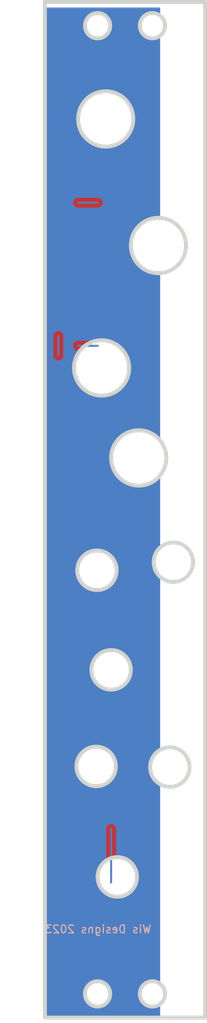
<source format=kicad_pcb>
(kicad_pcb (version 20221018) (generator pcbnew)

  (general
    (thickness 1.6)
  )

  (paper "A4")
  (layers
    (0 "F.Cu" signal)
    (31 "B.Cu" signal)
    (32 "B.Adhes" user "B.Adhesive")
    (33 "F.Adhes" user "F.Adhesive")
    (34 "B.Paste" user)
    (35 "F.Paste" user)
    (36 "B.SilkS" user "B.Silkscreen")
    (37 "F.SilkS" user "F.Silkscreen")
    (38 "B.Mask" user)
    (39 "F.Mask" user)
    (40 "Dwgs.User" user "User.Drawings")
    (41 "Cmts.User" user "User.Comments")
    (42 "Eco1.User" user "User.Eco1")
    (43 "Eco2.User" user "User.Eco2")
    (44 "Edge.Cuts" user)
    (45 "Margin" user)
    (46 "B.CrtYd" user "B.Courtyard")
    (47 "F.CrtYd" user "F.Courtyard")
    (48 "B.Fab" user)
    (49 "F.Fab" user)
    (50 "User.1" user)
    (51 "User.2" user)
    (52 "User.3" user)
    (53 "User.4" user)
    (54 "User.5" user)
    (55 "User.6" user)
    (56 "User.7" user)
    (57 "User.8" user)
    (58 "User.9" user)
  )

  (setup
    (pad_to_mask_clearance 0)
    (pcbplotparams
      (layerselection 0x00010fc_ffffffff)
      (plot_on_all_layers_selection 0x0000000_00000000)
      (disableapertmacros false)
      (usegerberextensions false)
      (usegerberattributes true)
      (usegerberadvancedattributes true)
      (creategerberjobfile true)
      (dashed_line_dash_ratio 12.000000)
      (dashed_line_gap_ratio 3.000000)
      (svgprecision 4)
      (plotframeref false)
      (viasonmask false)
      (mode 1)
      (useauxorigin false)
      (hpglpennumber 1)
      (hpglpenspeed 20)
      (hpglpendiameter 15.000000)
      (dxfpolygonmode true)
      (dxfimperialunits true)
      (dxfusepcbnewfont true)
      (psnegative false)
      (psa4output false)
      (plotreference true)
      (plotvalue true)
      (plotinvisibletext false)
      (sketchpadsonfab false)
      (subtractmaskfromsilk false)
      (outputformat 1)
      (mirror false)
      (drillshape 1)
      (scaleselection 1)
      (outputdirectory "")
    )
  )

  (net 0 "")
  (net 1 "Net-(U2A-+)")
  (net 2 "GND")
  (net 3 "Net-(D1-K)")
  (net 4 "Net-(D2-A)")
  (net 5 "Net-(U1A-+)")

  (gr_circle (center 34.88 129.999999) (end 34.88 132.499999)
    (stroke (width 0.5) (type default)) (fill none) (layer "Edge.Cuts") (tstamp 01ef207b-068f-4e2d-92dd-dfacfe775c6f))
  (gr_circle (center 32.89 65.600892) (end 32.89 69.100892)
    (stroke (width 0.5) (type default)) (fill none) (layer "Edge.Cuts") (tstamp 0dd87843-f04b-4ed6-bd22-b7ec182cb61d))
  (gr_circle (center 32.38 144.8) (end 32.38 146.4)
    (stroke (width 0.5) (type default)) (fill none) (layer "Edge.Cuts") (tstamp 3702f2b1-7ebf-47a4-b7da-c31f44407911))
  (gr_circle (center 32.3 91.2) (end 32.3 93.7)
    (stroke (width 0.5) (type default)) (fill none) (layer "Edge.Cuts") (tstamp 42b746a0-a513-47dd-9c8a-26f573227e1a))
  (gr_circle (center 32.38 22.3) (end 32.38 23.9)
    (stroke (width 0.5) (type default)) (fill none) (layer "Edge.Cuts") (tstamp 6ae9bb4b-b7bd-4f21-ad18-97600ddfbdd4))
  (gr_circle (center 33.41 34.099107) (end 33.41 37.599107)
    (stroke (width 0.5) (type default)) (fill none) (layer "Edge.Cuts") (tstamp 805804fa-c0a9-4adb-b28d-9a3fd4dbbad5))
  (gr_circle (center 42 90.18) (end 42 92.68)
    (stroke (width 0.5) (type default)) (fill none) (layer "Edge.Cuts") (tstamp 8a8ae65e-1181-499c-83c5-d0a3ac96932d))
  (gr_circle (center 40.100892 50.11) (end 40.100892 53.61)
    (stroke (width 0.5) (type default)) (fill none) (layer "Edge.Cuts") (tstamp 93d6fde2-6c83-4900-bb75-2dbf5e4ab672))
  (gr_circle (center 37.599107 76.99) (end 37.599107 80.49)
    (stroke (width 0.5) (type default)) (fill none) (layer "Edge.Cuts") (tstamp a040b16d-9f8a-42cb-8c96-ea44b76b1c87))
  (gr_rect (start 25.7 19.3) (end 46.019999 147.8)
    (stroke (width 0.5) (type default)) (fill none) (layer "Edge.Cuts") (tstamp b2df8a57-2c43-4089-946e-b6648a37d288))
  (gr_circle (center 39.339999 144.8) (end 39.339999 146.4)
    (stroke (width 0.5) (type default)) (fill none) (layer "Edge.Cuts") (tstamp b6c27e6d-5918-43b6-85a7-9b471755ff20))
  (gr_circle (center 41.55 116.1) (end 41.55 118.6)
    (stroke (width 0.5) (type default)) (fill none) (layer "Edge.Cuts") (tstamp b9a19f54-661d-44bc-85e6-a978fc4b970d))
  (gr_circle (center 39.339999 22.3) (end 39.339999 23.9)
    (stroke (width 0.5) (type default)) (fill none) (layer "Edge.Cuts") (tstamp c06c025e-fac7-4831-b35f-2526060e708c))
  (gr_circle (center 34.1 103.8) (end 34.1 106.3)
    (stroke (width 0.5) (type default)) (fill none) (layer "Edge.Cuts") (tstamp d84780da-7408-4007-81a3-74536c8b0d72))
  (gr_circle (center 32.2 116.02) (end 32.2 118.52)
    (stroke (width 0.5) (type default)) (fill none) (layer "Edge.Cuts") (tstamp f2dcea1f-9309-4720-9203-9712fde5cb22))
  (gr_text "Wis Designs 2023" (at 39.3 137.2) (layer "B.SilkS") (tstamp fe4751dc-d6da-46b5-a4a6-b0fd54ab7252)
    (effects (font (size 1 1) (thickness 0.15)) (justify left bottom mirror))
  )

  (segment (start 27.4 64.0251) (end 27.4 62.8) (width 0.25) (layer "B.Cu") (net 1) (tstamp 4249178f-1391-4650-82f4-89f3d29443db))
  (segment (start 27.4 61.5749) (end 27.4 62.8) (width 0.25) (layer "B.Cu") (net 1) (tstamp 6dd9721c-a85e-4862-b641-b05c50c407b6))
  (segment (start 32.4 44.7) (end 29.9 44.7) (width 0.25) (layer "B.Cu") (net 1) (tstamp e3853b47-e42a-41ad-a60d-fd218768e8d7))
  (segment (start 27.4 44.7) (end 27.4 45.9251) (width 0.25) (layer "F.Cu") (net 3) (tstamp 00e90ea0-a7f5-4127-b9ca-107ba240aabc))
  (segment (start 32.4 62.8) (end 29.9 62.8) (width 0.25) (layer "B.Cu") (net 4) (tstamp dec33fbd-e308-4c1f-ad86-559372d37f6b))
  (segment (start 34.1 130.7) (end 34.1 123.938) (width 0.25) (layer "B.Cu") (net 5) (tstamp 4eb06ce6-477b-4ef3-978e-1d574c98741c))

  (zone (net 2) (net_name "GND") (layer "F.Cu") (tstamp 8471953a-0989-40a8-acbb-c03f878f12a4) (hatch edge 0.5)
    (connect_pads (clearance 0.5))
    (min_thickness 0.25) (filled_areas_thickness no)
    (fill yes (thermal_gap 0.5) (thermal_bridge_width 0.5))
    (polygon
      (pts
        (xy 20 20)
        (xy 40.32 20)
        (xy 40.32 148.5)
        (xy 20 148.5)
      )
    )
    (filled_polygon
      (layer "F.Cu")
      (pts
        (xy 40.258 20.016613)
        (xy 40.303387 20.062)
        (xy 40.32 20.124)
        (xy 40.32 20.802016)
        (xy 40.302979 20.864717)
        (xy 40.256589 20.910205)
        (xy 40.193566 20.925992)
        (xy 40.131211 20.907744)
        (xy 40.073013 20.87208)
        (xy 40.073011 20.872079)
        (xy 40.068858 20.869534)
        (xy 39.83611 20.773127)
        (xy 39.831381 20.771991)
        (xy 39.831373 20.771989)
        (xy 39.59588 20.715453)
        (xy 39.595876 20.715452)
        (xy 39.591147 20.714317)
        (xy 39.586294 20.713935)
        (xy 39.344853 20.694933)
        (xy 39.339999 20.694551)
        (xy 39.335145 20.694933)
        (xy 39.093703 20.713935)
        (xy 39.093701 20.713935)
        (xy 39.088851 20.714317)
        (xy 39.084123 20.715451)
        (xy 39.084117 20.715453)
        (xy 38.848624 20.771989)
        (xy 38.848612 20.771992)
        (xy 38.843888 20.773127)
        (xy 38.839391 20.774989)
        (xy 38.839387 20.774991)
        (xy 38.615644 20.867668)
        (xy 38.615639 20.86767)
        (xy 38.61114 20.869534)
        (xy 38.606987 20.872078)
        (xy 38.606981 20.872082)
        (xy 38.400494 20.998617)
        (xy 38.400481 20.998626)
        (xy 38.39634 21.001164)
        (xy 38.392645 21.004319)
        (xy 38.392635 21.004327)
        (xy 38.208475 21.161615)
        (xy 38.208468 21.161621)
        (xy 38.204775 21.164776)
        (xy 38.20162 21.168469)
        (xy 38.201614 21.168476)
        (xy 38.044326 21.352636)
        (xy 38.044318 21.352646)
        (xy 38.041163 21.356341)
        (xy 38.038625 21.360482)
        (xy 38.038616 21.360495)
        (xy 37.912081 21.566982)
        (xy 37.912077 21.566988)
        (xy 37.909533 21.571141)
        (xy 37.813126 21.803889)
        (xy 37.811991 21.808613)
        (xy 37.811988 21.808625)
        (xy 37.755452 22.044118)
        (xy 37.75545 22.044124)
        (xy 37.754316 22.048852)
        (xy 37.73455 22.3)
        (xy 37.754316 22.551148)
        (xy 37.755451 22.555877)
        (xy 37.755452 22.555881)
        (xy 37.811988 22.791374)
        (xy 37.81199 22.791382)
        (xy 37.813126 22.796111)
        (xy 37.909533 23.028859)
        (xy 37.91208 23.033016)
        (xy 37.912081 23.033017)
        (xy 38.038616 23.239504)
        (xy 38.038621 23.239511)
        (xy 38.041163 23.243659)
        (xy 38.044323 23.247358)
        (xy 38.044326 23.247363)
        (xy 38.201182 23.431017)
        (xy 38.204775 23.435224)
        (xy 38.208475 23.438384)
        (xy 38.390704 23.594023)
        (xy 38.39634 23.598836)
        (xy 38.40049 23.601379)
        (xy 38.400494 23.601382)
        (xy 38.512299 23.669896)
        (xy 38.61114 23.730466)
        (xy 38.843888 23.826873)
        (xy 39.088851 23.885683)
        (xy 39.339999 23.905449)
        (xy 39.591147 23.885683)
        (xy 39.83611 23.826873)
        (xy 40.068858 23.730466)
        (xy 40.13121 23.692256)
        (xy 40.193566 23.674008)
        (xy 40.256589 23.689795)
        (xy 40.302979 23.735283)
        (xy 40.32 23.797984)
        (xy 40.32 46.48551)
        (xy 40.302289 46.549375)
        (xy 40.254215 46.594995)
        (xy 40.189511 46.60934)
        (xy 40.104137 46.604866)
        (xy 40.104136 46.604866)
        (xy 40.100892 46.604696)
        (xy 40.097648 46.604866)
        (xy 39.737725 46.623728)
        (xy 39.737718 46.623728)
        (xy 39.734488 46.623898)
        (xy 39.731296 46.624403)
        (xy 39.731282 46.624405)
        (xy 39.375315 46.680785)
        (xy 39.375306 46.680786)
        (xy 39.372098 46.681295)
        (xy 39.368972 46.682132)
        (xy 39.368956 46.682136)
        (xy 39.020835 46.775415)
        (xy 39.020815 46.775421)
        (xy 39.017693 46.776258)
        (xy 39.014668 46.777418)
        (xy 39.01465 46.777425)
        (xy 38.678179 46.906584)
        (xy 38.678169 46.906588)
        (xy 38.675156 46.907745)
        (xy 38.672281 46.909209)
        (xy 38.672274 46.909213)
        (xy 38.351133 47.072843)
        (xy 38.351119 47.07285)
        (xy 38.34824 47.074318)
        (xy 38.34552 47.076084)
        (xy 38.345512 47.076089)
        (xy 38.043254 47.272377)
        (xy 38.043248 47.27238)
        (xy 38.040526 47.274149)
        (xy 38.038006 47.276189)
        (xy 38.038 47.276194)
        (xy 37.757904 47.503011)
        (xy 37.757893 47.50302)
        (xy 37.755386 47.505051)
        (xy 37.753101 47.507335)
        (xy 37.753091 47.507345)
        (xy 37.498237 47.762199)
        (xy 37.498227 47.762209)
        (xy 37.495943 47.764494)
        (xy 37.493912 47.767001)
        (xy 37.493903 47.767012)
        (xy 37.267086 48.047108)
        (xy 37.267081 48.047114)
        (xy 37.265041 48.049634)
        (xy 37.263272 48.052356)
        (xy 37.263269 48.052362)
        (xy 37.066981 48.35462)
        (xy 37.066976 48.354628)
        (xy 37.06521 48.357348)
        (xy 37.063742 48.360227)
        (xy 37.063735 48.360241)
        (xy 36.900105 48.681382)
        (xy 36.898637 48.684264)
        (xy 36.89748 48.687277)
        (xy 36.897476 48.687287)
        (xy 36.768317 49.023758)
        (xy 36.76831 49.023776)
        (xy 36.76715 49.026801)
        (xy 36.766313 49.029923)
        (xy 36.766307 49.029943)
        (xy 36.673028 49.378064)
        (xy 36.673024 49.37808)
        (xy 36.672187 49.381206)
        (xy 36.671678 49.384414)
        (xy 36.671677 49.384423)
        (xy 36.615297 49.74039)
        (xy 36.615295 49.740404)
        (xy 36.61479 49.743596)
        (xy 36.595588 50.11)
        (xy 36.61479 50.476404)
        (xy 36.615295 50.479597)
        (xy 36.615297 50.479609)
        (xy 36.671677 50.835576)
        (xy 36.672187 50.838794)
        (xy 36.673025 50.841923)
        (xy 36.673028 50.841935)
        (xy 36.766307 51.190056)
        (xy 36.766311 51.19007)
        (xy 36.76715 51.193199)
        (xy 36.768313 51.196228)
        (xy 36.768317 51.196241)
        (xy 36.897476 51.532712)
        (xy 36.898637 51.535736)
        (xy 37.06521 51.862652)
        (xy 37.265041 52.170366)
        (xy 37.267086 52.172891)
        (xy 37.492798 52.451623)
        (xy 37.495943 52.455506)
        (xy 37.755386 52.714949)
        (xy 38.040526 52.945851)
        (xy 38.34824 53.145682)
        (xy 38.675156 53.312255)
        (xy 39.017693 53.443742)
        (xy 39.372098 53.538705)
        (xy 39.734488 53.596102)
        (xy 40.100892 53.615304)
        (xy 40.104136 53.615134)
        (xy 40.104137 53.615134)
        (xy 40.189511 53.61066)
        (xy 40.254215 53.625005)
        (xy 40.302289 53.670625)
        (xy 40.32 53.73449)
        (xy 40.32 74.461076)
        (xy 40.306485 74.517371)
        (xy 40.268885 74.561394)
        (xy 40.215398 74.583549)
        (xy 40.157682 74.579007)
        (xy 40.108319 74.548757)
        (xy 39.946907 74.387345)
        (xy 39.946906 74.387344)
        (xy 39.944613 74.385051)
        (xy 39.659473 74.154149)
        (xy 39.351759 73.954318)
        (xy 39.348871 73.952846)
        (xy 39.348865 73.952843)
        (xy 39.027724 73.789213)
        (xy 39.024843 73.787745)
        (xy 39.021822 73.786585)
        (xy 39.021819 73.786584)
        (xy 38.685348 73.657425)
        (xy 38.685335 73.657421)
        (xy 38.682306 73.656258)
        (xy 38.679177 73.655419)
        (xy 38.679163 73.655415)
        (xy 38.331042 73.562136)
        (xy 38.33103 73.562133)
        (xy 38.327901 73.561295)
        (xy 38.324688 73.560786)
        (xy 38.324683 73.560785)
        (xy 37.968716 73.504405)
        (xy 37.968704 73.504403)
        (xy 37.965511 73.503898)
        (xy 37.962278 73.503728)
        (xy 37.962273 73.503728)
        (xy 37.602351 73.484866)
        (xy 37.599107 73.484696)
        (xy 37.595863 73.484866)
        (xy 37.23594 73.503728)
        (xy 37.235933 73.503728)
        (xy 37.232703 73.503898)
        (xy 37.229511 73.504403)
        (xy 37.229497 73.504405)
        (xy 36.87353 73.560785)
        (xy 36.873521 73.560786)
        (xy 36.870313 73.561295)
        (xy 36.867187 73.562132)
        (xy 36.867171 73.562136)
        (xy 36.51905 73.655415)
        (xy 36.51903 73.655421)
        (xy 36.515908 73.656258)
        (xy 36.512883 73.657418)
        (xy 36.512865 73.657425)
        (xy 36.176394 73.786584)
        (xy 36.176384 73.786588)
        (xy 36.173371 73.787745)
        (xy 36.170496 73.789209)
        (xy 36.170489 73.789213)
        (xy 35.849348 73.952843)
        (xy 35.849334 73.95285)
        (xy 35.846455 73.954318)
        (xy 35.843735 73.956084)
        (xy 35.843727 73.956089)
        (xy 35.541469 74.152377)
        (xy 35.541463 74.15238)
        (xy 35.538741 74.154149)
        (xy 35.536221 74.156189)
        (xy 35.536215 74.156194)
        (xy 35.256119 74.383011)
        (xy 35.256108 74.38302)
        (xy 35.253601 74.385051)
        (xy 35.251316 74.387335)
        (xy 35.251306 74.387345)
        (xy 34.996452 74.642199)
        (xy 34.996442 74.642209)
        (xy 34.994158 74.644494)
        (xy 34.992127 74.647001)
        (xy 34.992118 74.647012)
        (xy 34.765301 74.927108)
        (xy 34.765296 74.927114)
        (xy 34.763256 74.929634)
        (xy 34.761487 74.932356)
        (xy 34.761484 74.932362)
        (xy 34.565196 75.23462)
        (xy 34.565191 75.234628)
        (xy 34.563425 75.237348)
        (xy 34.561957 75.240227)
        (xy 34.56195 75.240241)
        (xy 34.39832 75.561382)
        (xy 34.396852 75.564264)
        (xy 34.395695 75.567277)
        (xy 34.395691 75.567287)
        (xy 34.266532 75.903758)
        (xy 34.266525 75.903776)
        (xy 34.265365 75.906801)
        (xy 34.264528 75.909923)
        (xy 34.264522 75.909943)
        (xy 34.171243 76.258064)
        (xy 34.171239 76.25808)
        (xy 34.170402 76.261206)
        (xy 34.169893 76.264414)
        (xy 34.169892 76.264423)
        (xy 34.113512 76.62039)
        (xy 34.11351 76.620404)
        (xy 34.113005 76.623596)
        (xy 34.093803 76.99)
        (xy 34.113005 77.356404)
        (xy 34.11351 77.359597)
        (xy 34.113512 77.359609)
        (xy 34.169892 77.715576)
        (xy 34.170402 77.718794)
        (xy 34.17124 77.721923)
        (xy 34.171243 77.721935)
        (xy 34.264522 78.070056)
        (xy 34.264526 78.07007)
        (xy 34.265365 78.073199)
        (xy 34.266528 78.076228)
        (xy 34.266532 78.076241)
        (xy 34.395691 78.412712)
        (xy 34.396852 78.415736)
        (xy 34.563425 78.742652)
        (xy 34.763256 79.050366)
        (xy 34.765301 79.052891)
        (xy 34.991013 79.331623)
        (xy 34.994158 79.335506)
        (xy 35.253601 79.594949)
        (xy 35.538741 79.825851)
        (xy 35.846455 80.025682)
        (xy 36.173371 80.192255)
        (xy 36.515908 80.323742)
        (xy 36.870313 80.418705)
        (xy 37.232703 80.476102)
        (xy 37.599107 80.495304)
        (xy 37.965511 80.476102)
        (xy 38.327901 80.418705)
        (xy 38.682306 80.323742)
        (xy 39.024843 80.192255)
        (xy 39.351759 80.025682)
        (xy 39.659473 79.825851)
        (xy 39.944613 79.594949)
        (xy 40.108319 79.431242)
        (xy 40.157682 79.400993)
        (xy 40.215398 79.396451)
        (xy 40.268885 79.418606)
        (xy 40.306485 79.462629)
        (xy 40.32 79.518924)
        (xy 40.32 88.273777)
        (xy 40.309802 88.323023)
        (xy 40.280884 88.364169)
        (xy 40.176447 88.462241)
        (xy 40.17644 88.462248)
        (xy 40.17361 88.464906)
        (xy 40.171135 88.467897)
        (xy 40.171131 88.467902)
        (xy 39.975536 88.704334)
        (xy 39.975526 88.704346)
        (xy 39.973053 88.707337)
        (xy 39.970971 88.710616)
        (xy 39.970962 88.71063)
        (xy 39.806548 88.969706)
        (xy 39.806541 88.969717)
        (xy 39.804463 88.972993)
        (xy 39.80281 88.976504)
        (xy 39.802807 88.976511)
        (xy 39.672153 89.254165)
        (xy 39.670497 89.257685)
        (xy 39.669295 89.261382)
        (xy 39.669293 89.261389)
        (xy 39.595346 89.488975)
        (xy 39.573269 89.556921)
        (xy 39.57254 89.560741)
        (xy 39.572538 89.56075)
        (xy 39.515041 89.862158)
        (xy 39.515038 89.862174)
        (xy 39.514312 89.865985)
        (xy 39.494556 90.18)
        (xy 39.514312 90.494015)
        (xy 39.515039 90.497827)
        (xy 39.515041 90.497841)
        (xy 39.572538 90.799249)
        (xy 39.573269 90.803079)
        (xy 39.670497 91.102315)
        (xy 39.804463 91.387007)
        (xy 39.806545 91.390288)
        (xy 39.806548 91.390293)
        (xy 39.970962 91.649369)
        (xy 39.970966 91.649375)
        (xy 39.973053 91.652663)
        (xy 40.17361 91.895094)
        (xy 40.176447 91.897758)
        (xy 40.280884 91.995831)
        (xy 40.309802 92.036977)
        (xy 40.32 92.086223)
        (xy 40.32 113.849412)
        (xy 40.302732 113.912533)
        (xy 40.255737 113.958074)
        (xy 40.210929 113.982706)
        (xy 40.210909 113.982718)
        (xy 40.207516 113.984584)
        (xy 40.204372 113.986867)
        (xy 40.204366 113.986872)
        (xy 39.956126 114.167228)
        (xy 39.956115 114.167236)
        (xy 39.95297 114.169522)
        (xy 39.950135 114.172183)
        (xy 39.950128 114.17219)
        (xy 39.726447 114.382241)
        (xy 39.72644 114.382248)
        (xy 39.72361 114.384906)
        (xy 39.721135 114.387897)
        (xy 39.721131 114.387902)
        (xy 39.525536 114.624334)
        (xy 39.525526 114.624346)
        (xy 39.523053 114.627337)
        (xy 39.520971 114.630616)
        (xy 39.520962 114.63063)
        (xy 39.356548 114.889706)
        (xy 39.356541 114.889717)
        (xy 39.354463 114.892993)
        (xy 39.35281 114.896504)
        (xy 39.352807 114.896511)
        (xy 39.256399 115.101389)
        (xy 39.220497 115.177685)
        (xy 39.219295 115.181382)
        (xy 39.219293 115.181389)
        (xy 39.124474 115.473211)
        (xy 39.123269 115.476921)
        (xy 39.12254 115.480741)
        (xy 39.122538 115.48075)
        (xy 39.065041 115.782158)
        (xy 39.065038 115.782174)
        (xy 39.064312 115.785985)
        (xy 39.044556 116.1)
        (xy 39.064312 116.414015)
        (xy 39.065039 116.417827)
        (xy 39.065041 116.417841)
        (xy 39.122538 116.719249)
        (xy 39.123269 116.723079)
        (xy 39.124473 116.726786)
        (xy 39.124474 116.726788)
        (xy 39.193299 116.93861)
        (xy 39.220497 117.022315)
        (xy 39.354463 117.307007)
        (xy 39.356545 117.310288)
        (xy 39.356548 117.310293)
        (xy 39.520962 117.569369)
        (xy 39.520966 117.569375)
        (xy 39.523053 117.572663)
        (xy 39.72361 117.815094)
        (xy 39.95297 118.030478)
        (xy 40.207516 118.215416)
        (xy 40.210921 118.217287)
        (xy 40.210929 118.217293)
        (xy 40.255737 118.241926)
        (xy 40.302732 118.287467)
        (xy 40.32 118.350588)
        (xy 40.32 143.302016)
        (xy 40.302979 143.364717)
        (xy 40.256589 143.410205)
        (xy 40.193566 143.425992)
        (xy 40.131211 143.407744)
        (xy 40.073013 143.37208)
        (xy 40.073011 143.372079)
        (xy 40.068858 143.369534)
        (xy 39.83611 143.273127)
        (xy 39.831381 143.271991)
        (xy 39.831373 143.271989)
        (xy 39.59588 143.215453)
        (xy 39.595876 143.215452)
        (xy 39.591147 143.214317)
        (xy 39.586294 143.213935)
        (xy 39.344853 143.194933)
        (xy 39.339999 143.194551)
        (xy 39.335145 143.194933)
        (xy 39.093703 143.213935)
        (xy 39.093701 143.213935)
        (xy 39.088851 143.214317)
        (xy 39.084123 143.215451)
        (xy 39.084117 143.215453)
        (xy 38.848624 143.271989)
        (xy 38.848612 143.271992)
        (xy 38.843888 143.273127)
        (xy 38.839391 143.274989)
        (xy 38.839387 143.274991)
        (xy 38.615644 143.367668)
        (xy 38.615639 143.36767)
        (xy 38.61114 143.369534)
        (xy 38.606987 143.372078)
        (xy 38.606981 143.372082)
        (xy 38.400494 143.498617)
        (xy 38.400481 143.498626)
        (xy 38.39634 143.501164)
        (xy 38.392645 143.504319)
        (xy 38.392635 143.504327)
        (xy 38.208475 143.661615)
        (xy 38.208468 143.661621)
        (xy 38.204775 143.664776)
        (xy 38.20162 143.668469)
        (xy 38.201614 143.668476)
        (xy 38.044326 143.852636)
        (xy 38.044318 143.852646)
        (xy 38.041163 143.856341)
        (xy 38.038625 143.860482)
        (xy 38.038616 143.860495)
        (xy 37.912081 144.066982)
        (xy 37.912077 144.066988)
        (xy 37.909533 144.071141)
        (xy 37.813126 144.303889)
        (xy 37.811991 144.308613)
        (xy 37.811988 144.308625)
        (xy 37.755452 144.544118)
        (xy 37.75545 144.544124)
        (xy 37.754316 144.548852)
        (xy 37.73455 144.8)
        (xy 37.754316 145.051148)
        (xy 37.755451 145.055877)
        (xy 37.755452 145.055881)
        (xy 37.811988 145.291374)
        (xy 37.81199 145.291382)
        (xy 37.813126 145.296111)
        (xy 37.909533 145.528859)
        (xy 37.91208 145.533016)
        (xy 37.912081 145.533017)
        (xy 38.038616 145.739504)
        (xy 38.038621 145.739511)
        (xy 38.041163 145.743659)
        (xy 38.044323 145.747358)
        (xy 38.044326 145.747363)
        (xy 38.201182 145.931017)
        (xy 38.204775 145.935224)
        (xy 38.208475 145.938384)
        (xy 38.390704 146.094023)
        (xy 38.39634 146.098836)
        (xy 38.40049 146.101379)
        (xy 38.400494 146.101382)
        (xy 38.512299 146.169896)
        (xy 38.61114 146.230466)
        (xy 38.843888 146.326873)
        (xy 39.088851 146.385683)
        (xy 39.339999 146.405449)
        (xy 39.591147 146.385683)
        (xy 39.83611 146.326873)
        (xy 40.068858 146.230466)
        (xy 40.13121 146.192256)
        (xy 40.193566 146.174008)
        (xy 40.256589 146.189795)
        (xy 40.302979 146.235283)
        (xy 40.32 146.297984)
        (xy 40.32 147.6755)
        (xy 40.303387 147.7375)
        (xy 40.258 147.782887)
        (xy 40.196 147.7995)
        (xy 25.8245 147.7995)
        (xy 25.7625 147.782887)
        (xy 25.717113 147.7375)
        (xy 25.7005 147.6755)
        (xy 25.7005 144.8)
        (xy 30.774551 144.8)
        (xy 30.794317 145.051148)
        (xy 30.795452 145.055877)
        (xy 30.795453 145.055881)
        (xy 30.851989 145.291374)
        (xy 30.851991 145.291382)
        (xy 30.853127 145.296111)
        (xy 30.949534 145.528859)
        (xy 30.952081 145.533016)
        (xy 30.952082 145.533017)
        (xy 31.078617 145.739504)
        (xy 31.078622 145.739511)
        (xy 31.081164 145.743659)
        (xy 31.084324 145.747358)
        (xy 31.084327 145.747363)
        (xy 31.241183 145.931017)
        (xy 31.244776 145.935224)
        (xy 31.248476 145.938384)
        (xy 31.430705 146.094023)
        (xy 31.436341 146.098836)
        (xy 31.440491 146.101379)
        (xy 31.440495 146.101382)
        (xy 31.5523 146.169896)
        (xy 31.651141 146.230466)
        (xy 31.883889 146.326873)
        (xy 32.128852 146.385683)
        (xy 32.38 146.405449)
        (xy 32.631148 146.385683)
        (xy 32.876111 146.326873)
        (xy 33.108859 146.230466)
        (xy 33.323659 146.098836)
        (xy 33.515224 145.935224)
        (xy 33.678836 145.743659)
        (xy 33.810466 145.528859)
        (xy 33.906873 145.296111)
        (xy 33.965683 145.051148)
        (xy 33.985449 144.8)
        (xy 33.965683 144.548852)
        (xy 33.906873 144.303889)
        (xy 33.810466 144.071141)
        (xy 33.678836 143.856341)
        (xy 33.515224 143.664776)
        (xy 33.511523 143.661615)
        (xy 33.327363 143.504327)
        (xy 33.327358 143.504324)
        (xy 33.323659 143.501164)
        (xy 33.319511 143.498622)
        (xy 33.319504 143.498617)
        (xy 33.113017 143.372082)
        (xy 33.113016 143.372081)
        (xy 33.108859 143.369534)
        (xy 32.876111 143.273127)
        (xy 32.871382 143.271991)
        (xy 32.871374 143.271989)
        (xy 32.635881 143.215453)
        (xy 32.635877 143.215452)
        (xy 32.631148 143.214317)
        (xy 32.626295 143.213935)
        (xy 32.384854 143.194933)
        (xy 32.38 143.194551)
        (xy 32.375146 143.194933)
        (xy 32.133704 143.213935)
        (xy 32.133702 143.213935)
        (xy 32.128852 143.214317)
        (xy 32.124124 143.215451)
        (xy 32.124118 143.215453)
        (xy 31.888625 143.271989)
        (xy 31.888613 143.271992)
        (xy 31.883889 143.273127)
        (xy 31.879392 143.274989)
        (xy 31.879388 143.274991)
        (xy 31.655645 143.367668)
        (xy 31.65564 143.36767)
        (xy 31.651141 143.369534)
        (xy 31.646988 143.372078)
        (xy 31.646982 143.372082)
        (xy 31.440495 143.498617)
        (xy 31.440482 143.498626)
        (xy 31.436341 143.501164)
        (xy 31.432646 143.504319)
        (xy 31.432636 143.504327)
        (xy 31.248476 143.661615)
        (xy 31.248469 143.661621)
        (xy 31.244776 143.664776)
        (xy 31.241621 143.668469)
        (xy 31.241615 143.668476)
        (xy 31.084327 143.852636)
        (xy 31.084319 143.852646)
        (xy 31.081164 143.856341)
        (xy 31.078626 143.860482)
        (xy 31.078617 143.860495)
        (xy 30.952082 144.066982)
        (xy 30.952078 144.066988)
        (xy 30.949534 144.071141)
        (xy 30.853127 144.303889)
        (xy 30.851992 144.308613)
        (xy 30.851989 144.308625)
        (xy 30.795453 144.544118)
        (xy 30.795451 144.544124)
        (xy 30.794317 144.548852)
        (xy 30.774551 144.8)
        (xy 25.7005 144.8)
        (xy 25.7005 129.999999)
        (xy 32.374556 129.999999)
        (xy 32.394312 130.314014)
        (xy 32.395039 130.317826)
        (xy 32.395041 130.31784)
        (xy 32.452538 130.619248)
        (xy 32.453269 130.623078)
        (xy 32.550497 130.922314)
        (xy 32.684463 131.207006)
        (xy 32.686545 131.210287)
        (xy 32.686548 131.210292)
        (xy 32.850962 131.469368)
        (xy 32.850966 131.469374)
        (xy 32.853053 131.472662)
        (xy 33.05361 131.715093)
        (xy 33.28297 131.930477)
        (xy 33.537516 132.115415)
        (xy 33.813234 132.266993)
        (xy 34.105775 132.382818)
        (xy 34.410527 132.461065)
        (xy 34.722682 132.500499)
        (xy 35.033423 132.500499)
        (xy 35.037318 132.500499)
        (xy 35.349473 132.461065)
        (xy 35.654225 132.382818)
        (xy 35.946766 132.266993)
        (xy 36.222484 132.115415)
        (xy 36.47703 131.930477)
        (xy 36.70639 131.715093)
        (xy 36.906947 131.472662)
        (xy 37.075537 131.207006)
        (xy 37.209503 130.922314)
        (xy 37.306731 130.623078)
        (xy 37.365688 130.314014)
        (xy 37.385444 129.999999)
        (xy 37.365688 129.685984)
        (xy 37.306731 129.37692)
        (xy 37.209503 129.077684)
        (xy 37.075537 128.792992)
        (xy 37.064589 128.775741)
        (xy 36.909037 128.530629)
        (xy 36.909035 128.530626)
        (xy 36.906947 128.527336)
        (xy 36.70639 128.284905)
        (xy 36.47703 128.069521)
        (xy 36.222484 127.884583)
        (xy 36.219081 127.882712)
        (xy 36.219076 127.882709)
        (xy 35.950183 127.734883)
        (xy 35.950176 127.734879)
        (xy 35.946766 127.733005)
        (xy 35.94314 127.731569)
        (xy 35.943135 127.731567)
        (xy 35.657847 127.618614)
        (xy 35.657846 127.618613)
        (xy 35.654225 127.61718)
        (xy 35.650455 127.616212)
        (xy 35.650452 127.616211)
        (xy 35.353256 127.539904)
        (xy 35.353251 127.539903)
        (xy 35.349473 127.538933)
        (xy 35.345602 127.538444)
        (xy 35.345597 127.538443)
        (xy 35.041184 127.499987)
        (xy 35.041177 127.499986)
        (xy 35.037318 127.499499)
        (xy 34.722682 127.499499)
        (xy 34.718823 127.499986)
        (xy 34.718815 127.499987)
        (xy 34.414402 127.538443)
        (xy 34.414394 127.538444)
        (xy 34.410527 127.538933)
        (xy 34.406751 127.539902)
        (xy 34.406743 127.539904)
        (xy 34.109547 127.616211)
        (xy 34.109539 127.616213)
        (xy 34.105775 127.61718)
        (xy 34.102158 127.618611)
        (xy 34.102152 127.618614)
        (xy 33.816864 127.731567)
        (xy 33.816853 127.731571)
        (xy 33.813234 127.733005)
        (xy 33.809829 127.734876)
        (xy 33.809816 127.734883)
        (xy 33.540923 127.882709)
        (xy 33.540911 127.882716)
        (xy 33.537516 127.884583)
        (xy 33.534372 127.886866)
        (xy 33.534366 127.886871)
        (xy 33.286126 128.067227)
        (xy 33.286115 128.067235)
        (xy 33.28297 128.069521)
        (xy 33.280135 128.072182)
        (xy 33.280128 128.072189)
        (xy 33.056447 128.28224)
        (xy 33.05644 128.282247)
        (xy 33.05361 128.284905)
        (xy 33.051135 128.287896)
        (xy 33.051131 128.287901)
        (xy 32.855536 128.524333)
        (xy 32.855526 128.524345)
        (xy 32.853053 128.527336)
        (xy 32.850971 128.530615)
        (xy 32.850962 128.530629)
        (xy 32.686548 128.789705)
        (xy 32.686541 128.789716)
        (xy 32.684463 128.792992)
        (xy 32.68281 128.796503)
        (xy 32.682807 128.79651)
        (xy 32.552153 129.074164)
        (xy 32.550497 129.077684)
        (xy 32.453269 129.37692)
        (xy 32.45254 129.38074)
        (xy 32.452538 129.380749)
        (xy 32.395041 129.682157)
        (xy 32.395038 129.682173)
        (xy 32.394312 129.685984)
        (xy 32.374556 129.999999)
        (xy 25.7005 129.999999)
        (xy 25.7005 116.02)
        (xy 29.694556 116.02)
        (xy 29.714312 116.334015)
        (xy 29.715039 116.337827)
        (xy 29.715041 116.337841)
        (xy 29.772538 116.639249)
        (xy 29.773269 116.643079)
        (xy 29.870497 116.942315)
        (xy 30.004463 117.227007)
        (xy 30.006545 117.230288)
        (xy 30.006548 117.230293)
        (xy 30.170962 117.489369)
        (xy 30.170966 117.489375)
        (xy 30.173053 117.492663)
        (xy 30.37361 117.735094)
        (xy 30.60297 117.950478)
        (xy 30.857516 118.135416)
        (xy 31.133234 118.286994)
        (xy 31.425775 118.402819)
        (xy 31.730527 118.481066)
        (xy 32.042682 118.5205)
        (xy 32.353423 118.5205)
        (xy 32.357318 118.5205)
        (xy 32.669473 118.481066)
        (xy 32.974225 118.402819)
        (xy 33.266766 118.286994)
        (xy 33.542484 118.135416)
        (xy 33.79703 117.950478)
        (xy 34.02639 117.735094)
        (xy 34.226947 117.492663)
        (xy 34.395537 117.227007)
        (xy 34.529503 116.942315)
        (xy 34.626731 116.643079)
        (xy 34.685688 116.334015)
        (xy 34.705444 116.02)
        (xy 34.685688 115.705985)
        (xy 34.626731 115.396921)
        (xy 34.529503 115.097685)
        (xy 34.395537 114.812993)
        (xy 34.279806 114.63063)
        (xy 34.229037 114.55063)
        (xy 34.229035 114.550627)
        (xy 34.226947 114.547337)
        (xy 34.02639 114.304906)
        (xy 33.79703 114.089522)
        (xy 33.542484 113.904584)
        (xy 33.539081 113.902713)
        (xy 33.539076 113.90271)
        (xy 33.270183 113.754884)
        (xy 33.270176 113.75488)
        (xy 33.266766 113.753006)
        (xy 33.26314 113.75157)
        (xy 33.263135 113.751568)
        (xy 32.977847 113.638615)
        (xy 32.977846 113.638614)
        (xy 32.974225 113.637181)
        (xy 32.970455 113.636213)
        (xy 32.970452 113.636212)
        (xy 32.673256 113.559905)
        (xy 32.673251 113.559904)
        (xy 32.669473 113.558934)
        (xy 32.665602 113.558445)
        (xy 32.665597 113.558444)
        (xy 32.361184 113.519988)
        (xy 32.361177 113.519987)
        (xy 32.357318 113.5195)
        (xy 32.042682 113.5195)
        (xy 32.038823 113.519987)
        (xy 32.038815 113.519988)
        (xy 31.734402 113.558444)
        (xy 31.734394 113.558445)
        (xy 31.730527 113.558934)
        (xy 31.726751 113.559903)
        (xy 31.726743 113.559905)
        (xy 31.429547 113.636212)
        (xy 31.429539 113.636214)
        (xy 31.425775 113.637181)
        (xy 31.422158 113.638612)
        (xy 31.422152 113.638615)
        (xy 31.136864 113.751568)
        (xy 31.136853 113.751572)
        (xy 31.133234 113.753006)
        (xy 31.129829 113.754877)
        (xy 31.129816 113.754884)
        (xy 30.860923 113.90271)
        (xy 30.860911 113.902717)
        (xy 30.857516 113.904584)
        (xy 30.854372 113.906867)
        (xy 30.854366 113.906872)
        (xy 30.606126 114.087228)
        (xy 30.606115 114.087236)
        (xy 30.60297 114.089522)
        (xy 30.600135 114.092183)
        (xy 30.600128 114.09219)
        (xy 30.376447 114.302241)
        (xy 30.37644 114.302248)
        (xy 30.37361 114.304906)
        (xy 30.371135 114.307897)
        (xy 30.371131 114.307902)
        (xy 30.175536 114.544334)
        (xy 30.175526 114.544346)
        (xy 30.173053 114.547337)
        (xy 30.170971 114.550616)
        (xy 30.170962 114.55063)
        (xy 30.006548 114.809706)
        (xy 30.006541 114.809717)
        (xy 30.004463 114.812993)
        (xy 30.00281 114.816504)
        (xy 30.002807 114.816511)
        (xy 29.96547 114.895857)
        (xy 29.870497 115.097685)
        (xy 29.869295 115.101382)
        (xy 29.869293 115.101389)
        (xy 29.774474 115.393211)
        (xy 29.773269 115.396921)
        (xy 29.77254 115.400741)
        (xy 29.772538 115.40075)
        (xy 29.715041 115.702158)
        (xy 29.715038 115.702174)
        (xy 29.714312 115.705985)
        (xy 29.694556 116.02)
        (xy 25.7005 116.02)
        (xy 25.7005 103.8)
        (xy 31.594556 103.8)
        (xy 31.614312 104.114015)
        (xy 31.615039 104.117827)
        (xy 31.615041 104.117841)
        (xy 31.672538 104.419249)
        (xy 31.673269 104.423079)
        (xy 31.770497 104.722315)
        (xy 31.904463 105.007007)
        (xy 31.906545 105.010288)
        (xy 31.906548 105.010293)
        (xy 32.070962 105.269369)
        (xy 32.070966 105.269375)
        (xy 32.073053 105.272663)
        (xy 32.27361 105.515094)
        (xy 32.50297 105.730478)
        (xy 32.757516 105.915416)
        (xy 33.033234 106.066994)
        (xy 33.325775 106.182819)
        (xy 33.630527 106.261066)
        (xy 33.942682 106.3005)
        (xy 34.253423 106.3005)
        (xy 34.257318 106.3005)
        (xy 34.569473 106.261066)
        (xy 34.874225 106.182819)
        (xy 35.166766 106.066994)
        (xy 35.442484 105.915416)
        (xy 35.69703 105.730478)
        (xy 35.92639 105.515094)
        (xy 36.126947 105.272663)
        (xy 36.295537 105.007007)
        (xy 36.429503 104.722315)
        (xy 36.526731 104.423079)
        (xy 36.585688 104.114015)
        (xy 36.605444 103.8)
        (xy 36.585688 103.485985)
        (xy 36.526731 103.176921)
        (xy 36.429503 102.877685)
        (xy 36.295537 102.592993)
        (xy 36.284589 102.575742)
        (xy 36.129037 102.33063)
        (xy 36.129035 102.330627)
        (xy 36.126947 102.327337)
        (xy 35.92639 102.084906)
        (xy 35.69703 101.869522)
        (xy 35.442484 101.684584)
        (xy 35.439081 101.682713)
        (xy 35.439076 101.68271)
        (xy 35.170183 101.534884)
        (xy 35.170176 101.53488)
        (xy 35.166766 101.533006)
        (xy 35.16314 101.53157)
        (xy 35.163135 101.531568)
        (xy 34.877847 101.418615)
        (xy 34.877846 101.418614)
        (xy 34.874225 101.417181)
        (xy 34.870455 101.416213)
        (xy 34.870452 101.416212)
        (xy 34.573256 101.339905)
        (xy 34.573251 101.339904)
        (xy 34.569473 101.338934)
        (xy 34.565602 101.338445)
        (xy 34.565597 101.338444)
        (xy 34.261184 101.299988)
        (xy 34.261177 101.299987)
        (xy 34.257318 101.2995)
        (xy 33.942682 101.2995)
        (xy 33.938823 101.299987)
        (xy 33.938815 101.299988)
        (xy 33.634402 101.338444)
        (xy 33.634394 101.338445)
        (xy 33.630527 101.338934)
        (xy 33.626751 101.339903)
        (xy 33.626743 101.339905)
        (xy 33.329547 101.416212)
        (xy 33.329539 101.416214)
        (xy 33.325775 101.417181)
        (xy 33.322158 101.418612)
        (xy 33.322152 101.418615)
        (xy 33.036864 101.531568)
        (xy 33.036853 101.531572)
        (xy 33.033234 101.533006)
        (xy 33.029829 101.534877)
        (xy 33.029816 101.534884)
        (xy 32.760923 101.68271)
        (xy 32.760911 101.682717)
        (xy 32.757516 101.684584)
        (xy 32.754372 101.686867)
        (xy 32.754366 101.686872)
        (xy 32.506126 101.867228)
        (xy 32.506115 101.867236)
        (xy 32.50297 101.869522)
        (xy 32.500135 101.872183)
        (xy 32.500128 101.87219)
        (xy 32.276447 102.082241)
        (xy 32.27644 102.082248)
        (xy 32.27361 102.084906)
        (xy 32.271135 102.087897)
        (xy 32.271131 102.087902)
        (xy 32.075536 102.324334)
        (xy 32.075526 102.324346)
        (xy 32.073053 102.327337)
        (xy 32.070971 102.330616)
        (xy 32.070962 102.33063)
        (xy 31.906548 102.589706)
        (xy 31.906541 102.589717)
        (xy 31.904463 102.592993)
        (xy 31.90281 102.596504)
        (xy 31.902807 102.596511)
        (xy 31.772153 102.874165)
        (xy 31.770497 102.877685)
        (xy 31.673269 103.176921)
        (xy 31.67254 103.180741)
        (xy 31.672538 103.18075)
        (xy 31.615041 103.482158)
        (xy 31.615038 103.482174)
        (xy 31.614312 103.485985)
        (xy 31.594556 103.8)
        (xy 25.7005 103.8)
        (xy 25.7005 91.2)
        (xy 29.794556 91.2)
        (xy 29.814312 91.514015)
        (xy 29.815039 91.517827)
        (xy 29.815041 91.517841)
        (xy 29.872538 91.819249)
        (xy 29.873269 91.823079)
        (xy 29.970497 92.122315)
        (xy 30.104463 92.407007)
        (xy 30.106545 92.410288)
        (xy 30.106548 92.410293)
        (xy 30.270962 92.669369)
        (xy 30.270966 92.669375)
        (xy 30.273053 92.672663)
        (xy 30.47361 92.915094)
        (xy 30.70297 93.130478)
        (xy 30.957516 93.315416)
        (xy 31.233234 93.466994)
        (xy 31.525775 93.582819)
        (xy 31.830527 93.661066)
        (xy 32.142682 93.7005)
        (xy 32.453423 93.7005)
        (xy 32.457318 93.7005)
        (xy 32.769473 93.661066)
        (xy 33.074225 93.582819)
        (xy 33.366766 93.466994)
        (xy 33.642484 93.315416)
        (xy 33.89703 93.130478)
        (xy 34.12639 92.915094)
        (xy 34.326947 92.672663)
        (xy 34.495537 92.407007)
        (xy 34.629503 92.122315)
        (xy 34.726731 91.823079)
        (xy 34.785688 91.514015)
        (xy 34.805444 91.2)
        (xy 34.785688 90.885985)
        (xy 34.726731 90.576921)
        (xy 34.629503 90.277685)
        (xy 34.495537 89.992993)
        (xy 34.415408 89.86673)
        (xy 34.329037 89.73063)
        (xy 34.329035 89.730627)
        (xy 34.326947 89.727337)
        (xy 34.12639 89.484906)
        (xy 33.89703 89.269522)
        (xy 33.883749 89.259873)
        (xy 33.645633 89.086872)
        (xy 33.645634 89.086872)
        (xy 33.642484 89.084584)
        (xy 33.639081 89.082713)
        (xy 33.639076 89.08271)
        (xy 33.370183 88.934884)
        (xy 33.370176 88.93488)
        (xy 33.366766 88.933006)
        (xy 33.36314 88.93157)
        (xy 33.363135 88.931568)
        (xy 33.077847 88.818615)
        (xy 33.077846 88.818614)
        (xy 33.074225 88.817181)
        (xy 33.070455 88.816213)
        (xy 33.070452 88.816212)
        (xy 32.773256 88.739905)
        (xy 32.773251 88.739904)
        (xy 32.769473 88.738934)
        (xy 32.765602 88.738445)
        (xy 32.765597 88.738444)
        (xy 32.461184 88.699988)
        (xy 32.461177 88.699987)
        (xy 32.457318 88.6995)
        (xy 32.142682 88.6995)
        (xy 32.138823 88.699987)
        (xy 32.138815 88.699988)
        (xy 31.834402 88.738444)
        (xy 31.834394 88.738445)
        (xy 31.830527 88.738934)
        (xy 31.826751 88.739903)
        (xy 31.826743 88.739905)
        (xy 31.529547 88.816212)
        (xy 31.529539 88.816214)
        (xy 31.525775 88.817181)
        (xy 31.522158 88.818612)
        (xy 31.522152 88.818615)
        (xy 31.236864 88.931568)
        (xy 31.236853 88.931572)
        (xy 31.233234 88.933006)
        (xy 31.229829 88.934877)
        (xy 31.229816 88.934884)
        (xy 30.960923 89.08271)
        (xy 30.960911 89.082717)
        (xy 30.957516 89.084584)
        (xy 30.954372 89.086867)
        (xy 30.954366 89.086872)
        (xy 30.706126 89.267228)
        (xy 30.706115 89.267236)
        (xy 30.70297 89.269522)
        (xy 30.700135 89.272183)
        (xy 30.700128 89.27219)
        (xy 30.476447 89.482241)
        (xy 30.47644 89.482248)
        (xy 30.47361 89.484906)
        (xy 30.471135 89.487897)
        (xy 30.471131 89.487902)
        (xy 30.275536 89.724334)
        (xy 30.275526 89.724346)
        (xy 30.273053 89.727337)
        (xy 30.270971 89.730616)
        (xy 30.270962 89.73063)
        (xy 30.106548 89.989706)
        (xy 30.106541 89.989717)
        (xy 30.104463 89.992993)
        (xy 30.10281 89.996504)
        (xy 30.102807 89.996511)
        (xy 29.972153 90.274165)
        (xy 29.970497 90.277685)
        (xy 29.969295 90.281382)
        (xy 29.969293 90.281389)
        (xy 29.874474 90.573211)
        (xy 29.873269 90.576921)
        (xy 29.87254 90.580741)
        (xy 29.872538 90.58075)
        (xy 29.815041 90.882158)
        (xy 29.815038 90.882174)
        (xy 29.814312 90.885985)
        (xy 29.794556 91.2)
        (xy 25.7005 91.2)
        (xy 25.7005 65.600892)
        (xy 29.384696 65.600892)
        (xy 29.403898 65.967296)
        (xy 29.404403 65.970489)
        (xy 29.404405 65.970501)
        (xy 29.460785 66.326468)
        (xy 29.461295 66.329686)
        (xy 29.462133 66.332815)
        (xy 29.462136 66.332827)
        (xy 29.555415 66.680948)
        (xy 29.555419 66.680962)
        (xy 29.556258 66.684091)
        (xy 29.557421 66.68712)
        (xy 29.557425 66.687133)
        (xy 29.686584 67.023604)
        (xy 29.687745 67.026628)
        (xy 29.854318 67.353544)
        (xy 30.054149 67.661258)
        (xy 30.056194 67.663783)
        (xy 30.281906 67.942515)
        (xy 30.285051 67.946398)
        (xy 30.544494 68.205841)
        (xy 30.829634 68.436743)
        (xy 31.137348 68.636574)
        (xy 31.464264 68.803147)
        (xy 31.806801 68.934634)
        (xy 32.161206 69.029597)
        (xy 32.523596 69.086994)
        (xy 32.89 69.106196)
        (xy 33.256404 69.086994)
        (xy 33.618794 69.029597)
        (xy 33.973199 68.934634)
        (xy 34.315736 68.803147)
        (xy 34.642652 68.636574)
        (xy 34.950366 68.436743)
        (xy 35.235506 68.205841)
        (xy 35.494949 67.946398)
        (xy 35.725851 67.661258)
        (xy 35.925682 67.353544)
        (xy 36.092255 67.026628)
        (xy 36.223742 66.684091)
        (xy 36.318705 66.329686)
        (xy 36.376102 65.967296)
        (xy 36.395304 65.600892)
        (xy 36.376102 65.234488)
        (xy 36.318705 64.872098)
        (xy 36.223742 64.517693)
        (xy 36.092255 64.175156)
        (xy 35.925682 63.84824)
        (xy 35.725851 63.540526)
        (xy 35.494949 63.255386)
        (xy 35.235506 62.995943)
        (xy 34.950366 62.765041)
        (xy 34.642652 62.56521)
        (xy 34.639764 62.563738)
        (xy 34.639758 62.563735)
        (xy 34.318617 62.400105)
        (xy 34.315736 62.398637)
        (xy 34.312715 62.397477)
        (xy 34.312712 62.397476)
        (xy 33.976241 62.268317)
        (xy 33.976228 62.268313)
        (xy 33.973199 62.26715)
        (xy 33.97007 62.266311)
        (xy 33.970056 62.266307)
        (xy 33.621935 62.173028)
        (xy 33.621923 62.173025)
        (xy 33.618794 62.172187)
        (xy 33.615581 62.171678)
        (xy 33.615576 62.171677)
        (xy 33.259609 62.115297)
        (xy 33.259597 62.115295)
        (xy 33.256404 62.11479)
        (xy 33.253171 62.11462)
        (xy 33.253166 62.11462)
        (xy 32.893244 62.095758)
        (xy 32.89 62.095588)
        (xy 32.886756 62.095758)
        (xy 32.526833 62.11462)
        (xy 32.526826 62.11462)
        (xy 32.523596 62.11479)
        (xy 32.520404 62.115295)
        (xy 32.52039 62.115297)
        (xy 32.164423 62.171677)
        (xy 32.164414 62.171678)
        (xy 32.161206 62.172187)
        (xy 32.15808 62.173024)
        (xy 32.158064 62.173028)
        (xy 31.809943 62.266307)
        (xy 31.809923 62.266313)
        (xy 31.806801 62.26715)
        (xy 31.803776 62.26831)
        (xy 31.803758 62.268317)
        (xy 31.467287 62.397476)
        (xy 31.467277 62.39748)
        (xy 31.464264 62.398637)
        (xy 31.461389 62.400101)
        (xy 31.461382 62.400105)
        (xy 31.140241 62.563735)
        (xy 31.140227 62.563742)
        (xy 31.137348 62.56521)
        (xy 31.134628 62.566976)
        (xy 31.13462 62.566981)
        (xy 30.832362 62.763269)
        (xy 30.832356 62.763272)
        (xy 30.829634 62.765041)
        (xy 30.827114 62.767081)
        (xy 30.827108 62.767086)
        (xy 30.547012 62.993903)
        (xy 30.547001 62.993912)
        (xy 30.544494 62.995943)
        (xy 30.542209 62.998227)
        (xy 30.542199 62.998237)
        (xy 30.287345 63.253091)
        (xy 30.287335 63.253101)
        (xy 30.285051 63.255386)
        (xy 30.28302 63.257893)
        (xy 30.283011 63.257904)
        (xy 30.056194 63.538)
        (xy 30.056189 63.538006)
        (xy 30.054149 63.540526)
        (xy 30.05238 63.543248)
        (xy 30.052377 63.543254)
        (xy 29.856089 63.845512)
        (xy 29.856084 63.84552)
        (xy 29.854318 63.84824)
        (xy 29.85285 63.851119)
        (xy 29.852843 63.851133)
        (xy 29.689213 64.172274)
        (xy 29.687745 64.175156)
        (xy 29.686588 64.178169)
        (xy 29.686584 64.178179)
        (xy 29.557425 64.51465)
        (xy 29.557418 64.514668)
        (xy 29.556258 64.517693)
        (xy 29.555421 64.520815)
        (xy 29.555415 64.520835)
        (xy 29.462136 64.868956)
        (xy 29.462132 64.868972)
        (xy 29.461295 64.872098)
        (xy 29.460786 64.875306)
        (xy 29.460785 64.875315)
        (xy 29.404405 65.231282)
        (xy 29.404403 65.231296)
        (xy 29.403898 65.234488)
        (xy 29.384696 65.600892)
        (xy 25.7005 65.600892)
        (xy 25.7005 45.96445)
        (xy 26.7745 45.96445)
        (xy 26.774987 45.96831)
        (xy 26.774988 45.968316)
        (xy 26.788358 46.074153)
        (xy 26.789336 46.081892)
        (xy 26.792207 46.089143)
        (xy 26.844643 46.221582)
        (xy 26.844644 46.221585)
        (xy 26.847514 46.228832)
        (xy 26.852096 46.235139)
        (xy 26.852097 46.23514)
        (xy 26.935818 46.350373)
        (xy 26.93582 46.350375)
        (xy 26.940406 46.356687)
        (xy 26.946415 46.361658)
        (xy 26.946418 46.361661)
        (xy 26.999047 46.405199)
        (xy 27.062177 46.457424)
        (xy 27.205174 46.524714)
        (xy 27.360412 46.554327)
        (xy 27.518138 46.544404)
        (xy 27.668441 46.495567)
        (xy 27.801877 46.410886)
        (xy 27.910062 46.295682)
        (xy 27.986197 46.157192)
        (xy 28.0255 46.004119)
        (xy 28.0255 44.66065)
        (xy 28.010664 44.543208)
        (xy 27.952486 44.396268)
        (xy 27.859594 44.268413)
        (xy 27.853583 44.26344)
        (xy 27.853581 44.263438)
        (xy 27.743834 44.172649)
        (xy 27.737823 44.167676)
        (xy 27.730763 44.164354)
        (xy 27.730762 44.164353)
        (xy 27.651642 44.127122)
        (xy 27.594826 44.100386)
        (xy 27.587167 44.098924)
        (xy 27.587164 44.098924)
        (xy 27.447245 44.072233)
        (xy 27.447239 44.072232)
        (xy 27.439588 44.070773)
        (xy 27.431809 44.071262)
        (xy 27.431804 44.071262)
        (xy 27.289649 44.080206)
        (xy 27.289648 44.080206)
        (xy 27.281862 44.080696)
        (xy 27.274447 44.083105)
        (xy 27.274443 44.083106)
        (xy 27.138977 44.127122)
        (xy 27.138972 44.127124)
        (xy 27.131559 44.129533)
        (xy 27.124979 44.133708)
        (xy 27.124972 44.133712)
        (xy 27.004709 44.210034)
        (xy 27.004706 44.210035)
        (xy 26.998123 44.214214)
        (xy 26.992788 44.219894)
        (xy 26.992782 44.2199)
        (xy 26.895278 44.323731)
        (xy 26.895276 44.323733)
        (xy 26.889938 44.329418)
        (xy 26.88618 44.336253)
        (xy 26.886179 44.336255)
        (xy 26.817561 44.46107)
        (xy 26.817557 44.461077)
        (xy 26.813803 44.467908)
        (xy 26.811863 44.47546)
        (xy 26.811862 44.475465)
        (xy 26.792482 44.550946)
        (xy 26.7745 44.620981)
        (xy 26.7745 45.96445)
        (xy 25.7005 45.96445)
        (xy 25.7005 34.099107)
        (xy 29.904696 34.099107)
        (xy 29.923898 34.465511)
        (xy 29.924403 34.468704)
        (xy 29.924405 34.468716)
        (xy 29.980785 34.824683)
        (xy 29.981295 34.827901)
        (xy 29.982133 34.83103)
        (xy 29.982136 34.831042)
        (xy 30.075415 35.179163)
        (xy 30.075419 35.179177)
        (xy 30.076258 35.182306)
        (xy 30.077421 35.185335)
        (xy 30.077425 35.185348)
        (xy 30.206584 35.521819)
        (xy 30.207745 35.524843)
        (xy 30.374318 35.851759)
        (xy 30.574149 36.159473)
        (xy 30.576194 36.161998)
        (xy 30.801906 36.44073)
        (xy 30.805051 36.444613)
        (xy 31.064494 36.704056)
        (xy 31.349634 36.934958)
        (xy 31.657348 37.134789)
        (xy 31.984264 37.301362)
        (xy 32.326801 37.432849)
        (xy 32.681206 37.527812)
        (xy 33.043596 37.585209)
        (xy 33.41 37.604411)
        (xy 33.776404 37.585209)
        (xy 34.138794 37.527812)
        (xy 34.493199 37.432849)
        (xy 34.835736 37.301362)
        (xy 35.162652 37.134789)
        (xy 35.470366 36.934958)
        (xy 35.755506 36.704056)
        (xy 36.014949 36.444613)
        (xy 36.245851 36.159473)
        (xy 36.445682 35.851759)
        (xy 36.612255 35.524843)
        (xy 36.743742 35.182306)
        (xy 36.838705 34.827901)
        (xy 36.896102 34.465511)
        (xy 36.915304 34.099107)
        (xy 36.896102 33.732703)
        (xy 36.838705 33.370313)
        (xy 36.743742 33.015908)
        (xy 36.612255 32.673371)
        (xy 36.445682 32.346455)
        (xy 36.245851 32.038741)
        (xy 36.014949 31.753601)
        (xy 35.755506 31.494158)
        (xy 35.470366 31.263256)
        (xy 35.162652 31.063425)
        (xy 35.159764 31.061953)
        (xy 35.159758 31.06195)
        (xy 34.838617 30.89832)
        (xy 34.835736 30.896852)
        (xy 34.832715 30.895692)
        (xy 34.832712 30.895691)
        (xy 34.496241 30.766532)
        (xy 34.496228 30.766528)
        (xy 34.493199 30.765365)
        (xy 34.49007 30.764526)
        (xy 34.490056 30.764522)
        (xy 34.141935 30.671243)
        (xy 34.141923 30.67124)
        (xy 34.138794 30.670402)
        (xy 34.135581 30.669893)
        (xy 34.135576 30.669892)
        (xy 33.779609 30.613512)
        (xy 33.779597 30.61351)
        (xy 33.776404 30.613005)
        (xy 33.773171 30.612835)
        (xy 33.773166 30.612835)
        (xy 33.413244 30.593973)
        (xy 33.41 30.593803)
        (xy 33.406756 30.593973)
        (xy 33.046833 30.612835)
        (xy 33.046826 30.612835)
        (xy 33.043596 30.613005)
        (xy 33.040404 30.61351)
        (xy 33.04039 30.613512)
        (xy 32.684423 30.669892)
        (xy 32.684414 30.669893)
        (xy 32.681206 30.670402)
        (xy 32.67808 30.671239)
        (xy 32.678064 30.671243)
        (xy 32.329943 30.764522)
        (xy 32.329923 30.764528)
        (xy 32.326801 30.765365)
        (xy 32.323776 30.766525)
        (xy 32.323758 30.766532)
        (xy 31.987287 30.895691)
        (xy 31.987277 30.895695)
        (xy 31.984264 30.896852)
        (xy 31.981389 30.898316)
        (xy 31.981382 30.89832)
        (xy 31.660241 31.06195)
        (xy 31.660227 31.061957)
        (xy 31.657348 31.063425)
        (xy 31.654628 31.065191)
        (xy 31.65462 31.065196)
        (xy 31.352362 31.261484)
        (xy 31.352356 31.261487)
        (xy 31.349634 31.263256)
        (xy 31.347114 31.265296)
        (xy 31.347108 31.265301)
        (xy 31.067012 31.492118)
        (xy 31.067001 31.492127)
        (xy 31.064494 31.494158)
        (xy 31.062209 31.496442)
        (xy 31.062199 31.496452)
        (xy 30.807345 31.751306)
        (xy 30.807335 31.751316)
        (xy 30.805051 31.753601)
        (xy 30.80302 31.756108)
        (xy 30.803011 31.756119)
        (xy 30.576194 32.036215)
        (xy 30.576189 32.036221)
        (xy 30.574149 32.038741)
        (xy 30.57238 32.041463)
        (xy 30.572377 32.041469)
        (xy 30.376089 32.343727)
        (xy 30.376084 32.343735)
        (xy 30.374318 32.346455)
        (xy 30.37285 32.349334)
        (xy 30.372843 32.349348)
        (xy 30.209213 32.670489)
        (xy 30.207745 32.673371)
        (xy 30.206588 32.676384)
        (xy 30.206584 32.676394)
        (xy 30.077425 33.012865)
        (xy 30.077418 33.012883)
        (xy 30.076258 33.015908)
        (xy 30.075421 33.01903)
        (xy 30.075415 33.01905)
        (xy 29.982136 33.367171)
        (xy 29.982132 33.367187)
        (xy 29.981295 33.370313)
        (xy 29.980786 33.373521)
        (xy 29.980785 33.37353)
        (xy 29.924405 33.729497)
        (xy 29.924403 33.729511)
        (xy 29.923898 33.732703)
        (xy 29.904696 34.099107)
        (xy 25.7005 34.099107)
        (xy 25.7005 22.3)
        (xy 30.774551 22.3)
        (xy 30.794317 22.551148)
        (xy 30.795452 22.555877)
        (xy 30.795453 22.555881)
        (xy 30.851989 22.791374)
        (xy 30.851991 22.791382)
        (xy 30.853127 22.796111)
        (xy 30.949534 23.028859)
        (xy 30.952081 23.033016)
        (xy 30.952082 23.033017)
        (xy 31.078617 23.239504)
        (xy 31.078622 23.239511)
        (xy 31.081164 23.243659)
        (xy 31.084324 23.247358)
        (xy 31.084327 23.247363)
        (xy 31.241183 23.431017)
        (xy 31.244776 23.435224)
        (xy 31.248476 23.438384)
        (xy 31.430705 23.594023)
        (xy 31.436341 23.598836)
        (xy 31.440491 23.601379)
        (xy 31.440495 23.601382)
        (xy 31.5523 23.669896)
        (xy 31.651141 23.730466)
        (xy 31.883889 23.826873)
        (xy 32.128852 23.885683)
        (xy 32.38 23.905449)
        (xy 32.631148 23.885683)
        (xy 32.876111 23.826873)
        (xy 33.108859 23.730466)
        (xy 33.323659 23.598836)
        (xy 33.515224 23.435224)
        (xy 33.678836 23.243659)
        (xy 33.810466 23.028859)
        (xy 33.906873 22.796111)
        (xy 33.965683 22.551148)
        (xy 33.985449 22.3)
        (xy 33.965683 22.048852)
        (xy 33.906873 21.803889)
        (xy 33.810466 21.571141)
        (xy 33.678836 21.356341)
        (xy 33.515224 21.164776)
        (xy 33.511523 21.161615)
        (xy 33.327363 21.004327)
        (xy 33.327358 21.004324)
        (xy 33.323659 21.001164)
        (xy 33.319511 20.998622)
        (xy 33.319504 20.998617)
        (xy 33.113017 20.872082)
        (xy 33.113016 20.872081)
        (xy 33.108859 20.869534)
        (xy 32.876111 20.773127)
        (xy 32.871382 20.771991)
        (xy 32.871374 20.771989)
        (xy 32.635881 20.715453)
        (xy 32.635877 20.715452)
        (xy 32.631148 20.714317)
        (xy 32.626295 20.713935)
        (xy 32.384854 20.694933)
        (xy 32.38 20.694551)
        (xy 32.375146 20.694933)
        (xy 32.133704 20.713935)
        (xy 32.133702 20.713935)
        (xy 32.128852 20.714317)
        (xy 32.124124 20.715451)
        (xy 32.124118 20.715453)
        (xy 31.888625 20.771989)
        (xy 31.888613 20.771992)
        (xy 31.883889 20.773127)
        (xy 31.879392 20.774989)
        (xy 31.879388 20.774991)
        (xy 31.655645 20.867668)
        (xy 31.65564 20.86767)
        (xy 31.651141 20.869534)
        (xy 31.646988 20.872078)
        (xy 31.646982 20.872082)
        (xy 31.440495 20.998617)
        (xy 31.440482 20.998626)
        (xy 31.436341 21.001164)
        (xy 31.432646 21.004319)
        (xy 31.432636 21.004327)
        (xy 31.248476 21.161615)
        (xy 31.248469 21.161621)
        (xy 31.244776 21.164776)
        (xy 31.241621 21.168469)
        (xy 31.241615 21.168476)
        (xy 31.084327 21.352636)
        (xy 31.084319 21.352646)
        (xy 31.081164 21.356341)
        (xy 31.078626 21.360482)
        (xy 31.078617 21.360495)
        (xy 30.952082 21.566982)
        (xy 30.952078 21.566988)
        (xy 30.949534 21.571141)
        (xy 30.853127 21.803889)
        (xy 30.851992 21.808613)
        (xy 30.851989 21.808625)
        (xy 30.795453 22.044118)
        (xy 30.795451 22.044124)
        (xy 30.794317 22.048852)
        (xy 30.774551 22.3)
        (xy 25.7005 22.3)
        (xy 25.7005 20.124)
        (xy 25.717113 20.062)
        (xy 25.7625 20.016613)
        (xy 25.8245 20)
        (xy 40.196 20)
      )
    )
  )
  (zone (net 2) (net_name "GND") (layer "B.Cu") (tstamp 07b040e2-7b84-413f-9b22-ce8c241a1587) (hatch edge 0.5)
    (connect_pads (clearance 0.5))
    (min_thickness 0.25) (filled_areas_thickness no)
    (fill yes (thermal_gap 0.5) (thermal_bridge_width 0.5))
    (polygon
      (pts
        (xy 20 20)
        (xy 40.32 20)
        (xy 40.32 148.5)
        (xy 20 148.5)
      )
    )
    (filled_polygon
      (layer "B.Cu")
      (pts
        (xy 40.258 20.016613)
        (xy 40.303387 20.062)
        (xy 40.32 20.124)
        (xy 40.32 20.802016)
        (xy 40.302979 20.864717)
        (xy 40.256589 20.910205)
        (xy 40.193566 20.925992)
        (xy 40.131211 20.907744)
        (xy 40.073013 20.87208)
        (xy 40.073011 20.872079)
        (xy 40.068858 20.869534)
        (xy 39.83611 20.773127)
        (xy 39.831381 20.771991)
        (xy 39.831373 20.771989)
        (xy 39.59588 20.715453)
        (xy 39.595876 20.715452)
        (xy 39.591147 20.714317)
        (xy 39.586294 20.713935)
        (xy 39.344853 20.694933)
        (xy 39.339999 20.694551)
        (xy 39.335145 20.694933)
        (xy 39.093703 20.713935)
        (xy 39.093701 20.713935)
        (xy 39.088851 20.714317)
        (xy 39.084123 20.715451)
        (xy 39.084117 20.715453)
        (xy 38.848624 20.771989)
        (xy 38.848612 20.771992)
        (xy 38.843888 20.773127)
        (xy 38.839391 20.774989)
        (xy 38.839387 20.774991)
        (xy 38.615644 20.867668)
        (xy 38.615639 20.86767)
        (xy 38.61114 20.869534)
        (xy 38.606987 20.872078)
        (xy 38.606981 20.872082)
        (xy 38.400494 20.998617)
        (xy 38.400481 20.998626)
        (xy 38.39634 21.001164)
        (xy 38.392645 21.004319)
        (xy 38.392635 21.004327)
        (xy 38.208475 21.161615)
        (xy 38.208468 21.161621)
        (xy 38.204775 21.164776)
        (xy 38.20162 21.168469)
        (xy 38.201614 21.168476)
        (xy 38.044326 21.352636)
        (xy 38.044318 21.352646)
        (xy 38.041163 21.356341)
        (xy 38.038625 21.360482)
        (xy 38.038616 21.360495)
        (xy 37.912081 21.566982)
        (xy 37.912077 21.566988)
        (xy 37.909533 21.571141)
        (xy 37.813126 21.803889)
        (xy 37.811991 21.808613)
        (xy 37.811988 21.808625)
        (xy 37.755452 22.044118)
        (xy 37.75545 22.044124)
        (xy 37.754316 22.048852)
        (xy 37.73455 22.3)
        (xy 37.754316 22.551148)
        (xy 37.755451 22.555877)
        (xy 37.755452 22.555881)
        (xy 37.811988 22.791374)
        (xy 37.81199 22.791382)
        (xy 37.813126 22.796111)
        (xy 37.909533 23.028859)
        (xy 37.91208 23.033016)
        (xy 37.912081 23.033017)
        (xy 38.038616 23.239504)
        (xy 38.038621 23.239511)
        (xy 38.041163 23.243659)
        (xy 38.044323 23.247358)
        (xy 38.044326 23.247363)
        (xy 38.201182 23.431017)
        (xy 38.204775 23.435224)
        (xy 38.208475 23.438384)
        (xy 38.390704 23.594023)
        (xy 38.39634 23.598836)
        (xy 38.40049 23.601379)
        (xy 38.400494 23.601382)
        (xy 38.512299 23.669896)
        (xy 38.61114 23.730466)
        (xy 38.843888 23.826873)
        (xy 39.088851 23.885683)
        (xy 39.339999 23.905449)
        (xy 39.591147 23.885683)
        (xy 39.83611 23.826873)
        (xy 40.068858 23.730466)
        (xy 40.13121 23.692256)
        (xy 40.193566 23.674008)
        (xy 40.256589 23.689795)
        (xy 40.302979 23.735283)
        (xy 40.32 23.797984)
        (xy 40.32 46.48551)
        (xy 40.302289 46.549375)
        (xy 40.254215 46.594995)
        (xy 40.189511 46.60934)
        (xy 40.104137 46.604866)
        (xy 40.104136 46.604866)
        (xy 40.100892 46.604696)
        (xy 40.097648 46.604866)
        (xy 39.737725 46.623728)
        (xy 39.737718 46.623728)
        (xy 39.734488 46.623898)
        (xy 39.731296 46.624403)
        (xy 39.731282 46.624405)
        (xy 39.375315 46.680785)
        (xy 39.375306 46.680786)
        (xy 39.372098 46.681295)
        (xy 39.368972 46.682132)
        (xy 39.368956 46.682136)
        (xy 39.020835 46.775415)
        (xy 39.020815 46.775421)
        (xy 39.017693 46.776258)
        (xy 39.014668 46.777418)
        (xy 39.01465 46.777425)
        (xy 38.678179 46.906584)
        (xy 38.678169 46.906588)
        (xy 38.675156 46.907745)
        (xy 38.672281 46.909209)
        (xy 38.672274 46.909213)
        (xy 38.351133 47.072843)
        (xy 38.351119 47.07285)
        (xy 38.34824 47.074318)
        (xy 38.34552 47.076084)
        (xy 38.345512 47.076089)
        (xy 38.043254 47.272377)
        (xy 38.043248 47.27238)
        (xy 38.040526 47.274149)
        (xy 38.038006 47.276189)
        (xy 38.038 47.276194)
        (xy 37.757904 47.503011)
        (xy 37.757893 47.50302)
        (xy 37.755386 47.505051)
        (xy 37.753101 47.507335)
        (xy 37.753091 47.507345)
        (xy 37.498237 47.762199)
        (xy 37.498227 47.762209)
        (xy 37.495943 47.764494)
        (xy 37.493912 47.767001)
        (xy 37.493903 47.767012)
        (xy 37.267086 48.047108)
        (xy 37.267081 48.047114)
        (xy 37.265041 48.049634)
        (xy 37.263272 48.052356)
        (xy 37.263269 48.052362)
        (xy 37.066981 48.35462)
        (xy 37.066976 48.354628)
        (xy 37.06521 48.357348)
        (xy 37.063742 48.360227)
        (xy 37.063735 48.360241)
        (xy 36.900105 48.681382)
        (xy 36.898637 48.684264)
        (xy 36.89748 48.687277)
        (xy 36.897476 48.687287)
        (xy 36.768317 49.023758)
        (xy 36.76831 49.023776)
        (xy 36.76715 49.026801)
        (xy 36.766313 49.029923)
        (xy 36.766307 49.029943)
        (xy 36.673028 49.378064)
        (xy 36.673024 49.37808)
        (xy 36.672187 49.381206)
        (xy 36.671678 49.384414)
        (xy 36.671677 49.384423)
        (xy 36.615297 49.74039)
        (xy 36.615295 49.740404)
        (xy 36.61479 49.743596)
        (xy 36.595588 50.11)
        (xy 36.61479 50.476404)
        (xy 36.615295 50.479597)
        (xy 36.615297 50.479609)
        (xy 36.671677 50.835576)
        (xy 36.672187 50.838794)
        (xy 36.673025 50.841923)
        (xy 36.673028 50.841935)
        (xy 36.766307 51.190056)
        (xy 36.766311 51.19007)
        (xy 36.76715 51.193199)
        (xy 36.768313 51.196228)
        (xy 36.768317 51.196241)
        (xy 36.897476 51.532712)
        (xy 36.898637 51.535736)
        (xy 37.06521 51.862652)
        (xy 37.265041 52.170366)
        (xy 37.267086 52.172891)
        (xy 37.492798 52.451623)
        (xy 37.495943 52.455506)
        (xy 37.755386 52.714949)
        (xy 38.040526 52.945851)
        (xy 38.34824 53.145682)
        (xy 38.675156 53.312255)
        (xy 39.017693 53.443742)
        (xy 39.372098 53.538705)
        (xy 39.734488 53.596102)
        (xy 40.100892 53.615304)
        (xy 40.104136 53.615134)
        (xy 40.104137 53.615134)
        (xy 40.189511 53.61066)
        (xy 40.254215 53.625005)
        (xy 40.302289 53.670625)
        (xy 40.32 53.73449)
        (xy 40.32 74.461076)
        (xy 40.306485 74.517371)
        (xy 40.268885 74.561394)
        (xy 40.215398 74.583549)
        (xy 40.157682 74.579007)
        (xy 40.108319 74.548757)
        (xy 39.946907 74.387345)
        (xy 39.946906 74.387344)
        (xy 39.944613 74.385051)
        (xy 39.659473 74.154149)
        (xy 39.351759 73.954318)
        (xy 39.348871 73.952846)
        (xy 39.348865 73.952843)
        (xy 39.027724 73.789213)
        (xy 39.024843 73.787745)
        (xy 39.021822 73.786585)
        (xy 39.021819 73.786584)
        (xy 38.685348 73.657425)
        (xy 38.685335 73.657421)
        (xy 38.682306 73.656258)
        (xy 38.679177 73.655419)
        (xy 38.679163 73.655415)
        (xy 38.331042 73.562136)
        (xy 38.33103 73.562133)
        (xy 38.327901 73.561295)
        (xy 38.324688 73.560786)
        (xy 38.324683 73.560785)
        (xy 37.968716 73.504405)
        (xy 37.968704 73.504403)
        (xy 37.965511 73.503898)
        (xy 37.962278 73.503728)
        (xy 37.962273 73.503728)
        (xy 37.602351 73.484866)
        (xy 37.599107 73.484696)
        (xy 37.595863 73.484866)
        (xy 37.23594 73.503728)
        (xy 37.235933 73.503728)
        (xy 37.232703 73.503898)
        (xy 37.229511 73.504403)
        (xy 37.229497 73.504405)
        (xy 36.87353 73.560785)
        (xy 36.873521 73.560786)
        (xy 36.870313 73.561295)
        (xy 36.867187 73.562132)
        (xy 36.867171 73.562136)
        (xy 36.51905 73.655415)
        (xy 36.51903 73.655421)
        (xy 36.515908 73.656258)
        (xy 36.512883 73.657418)
        (xy 36.512865 73.657425)
        (xy 36.176394 73.786584)
        (xy 36.176384 73.786588)
        (xy 36.173371 73.787745)
        (xy 36.170496 73.789209)
        (xy 36.170489 73.789213)
        (xy 35.849348 73.952843)
        (xy 35.849334 73.95285)
        (xy 35.846455 73.954318)
        (xy 35.843735 73.956084)
        (xy 35.843727 73.956089)
        (xy 35.541469 74.152377)
        (xy 35.541463 74.15238)
        (xy 35.538741 74.154149)
        (xy 35.536221 74.156189)
        (xy 35.536215 74.156194)
        (xy 35.256119 74.383011)
        (xy 35.256108 74.38302)
        (xy 35.253601 74.385051)
        (xy 35.251316 74.387335)
        (xy 35.251306 74.387345)
        (xy 34.996452 74.642199)
        (xy 34.996442 74.642209)
        (xy 34.994158 74.644494)
        (xy 34.992127 74.647001)
        (xy 34.992118 74.647012)
        (xy 34.765301 74.927108)
        (xy 34.765296 74.927114)
        (xy 34.763256 74.929634)
        (xy 34.761487 74.932356)
        (xy 34.761484 74.932362)
        (xy 34.565196 75.23462)
        (xy 34.565191 75.234628)
        (xy 34.563425 75.237348)
        (xy 34.561957 75.240227)
        (xy 34.56195 75.240241)
        (xy 34.39832 75.561382)
        (xy 34.396852 75.564264)
        (xy 34.395695 75.567277)
        (xy 34.395691 75.567287)
        (xy 34.266532 75.903758)
        (xy 34.266525 75.903776)
        (xy 34.265365 75.906801)
        (xy 34.264528 75.909923)
        (xy 34.264522 75.909943)
        (xy 34.171243 76.258064)
        (xy 34.171239 76.25808)
        (xy 34.170402 76.261206)
        (xy 34.169893 76.264414)
        (xy 34.169892 76.264423)
        (xy 34.113512 76.62039)
        (xy 34.11351 76.620404)
        (xy 34.113005 76.623596)
        (xy 34.093803 76.99)
        (xy 34.113005 77.356404)
        (xy 34.11351 77.359597)
        (xy 34.113512 77.359609)
        (xy 34.169892 77.715576)
        (xy 34.170402 77.718794)
        (xy 34.17124 77.721923)
        (xy 34.171243 77.721935)
        (xy 34.264522 78.070056)
        (xy 34.264526 78.07007)
        (xy 34.265365 78.073199)
        (xy 34.266528 78.076228)
        (xy 34.266532 78.076241)
        (xy 34.395691 78.412712)
        (xy 34.396852 78.415736)
        (xy 34.563425 78.742652)
        (xy 34.763256 79.050366)
        (xy 34.765301 79.052891)
        (xy 34.991013 79.331623)
        (xy 34.994158 79.335506)
        (xy 35.253601 79.594949)
        (xy 35.538741 79.825851)
        (xy 35.846455 80.025682)
        (xy 36.173371 80.192255)
        (xy 36.515908 80.323742)
        (xy 36.870313 80.418705)
        (xy 37.232703 80.476102)
        (xy 37.599107 80.495304)
        (xy 37.965511 80.476102)
        (xy 38.327901 80.418705)
        (xy 38.682306 80.323742)
        (xy 39.024843 80.192255)
        (xy 39.351759 80.025682)
        (xy 39.659473 79.825851)
        (xy 39.944613 79.594949)
        (xy 40.108319 79.431242)
        (xy 40.157682 79.400993)
        (xy 40.215398 79.396451)
        (xy 40.268885 79.418606)
        (xy 40.306485 79.462629)
        (xy 40.32 79.518924)
        (xy 40.32 88.273777)
        (xy 40.309802 88.323023)
        (xy 40.280884 88.364169)
        (xy 40.176447 88.462241)
        (xy 40.17644 88.462248)
        (xy 40.17361 88.464906)
        (xy 40.171135 88.467897)
        (xy 40.171131 88.467902)
        (xy 39.975536 88.704334)
        (xy 39.975526 88.704346)
        (xy 39.973053 88.707337)
        (xy 39.970971 88.710616)
        (xy 39.970962 88.71063)
        (xy 39.806548 88.969706)
        (xy 39.806541 88.969717)
        (xy 39.804463 88.972993)
        (xy 39.80281 88.976504)
        (xy 39.802807 88.976511)
        (xy 39.672153 89.254165)
        (xy 39.670497 89.257685)
        (xy 39.669295 89.261382)
        (xy 39.669293 89.261389)
        (xy 39.595346 89.488975)
        (xy 39.573269 89.556921)
        (xy 39.57254 89.560741)
        (xy 39.572538 89.56075)
        (xy 39.515041 89.862158)
        (xy 39.515038 89.862174)
        (xy 39.514312 89.865985)
        (xy 39.494556 90.18)
        (xy 39.514312 90.494015)
        (xy 39.515039 90.497827)
        (xy 39.515041 90.497841)
        (xy 39.572538 90.799249)
        (xy 39.573269 90.803079)
        (xy 39.670497 91.102315)
        (xy 39.804463 91.387007)
        (xy 39.806545 91.390288)
        (xy 39.806548 91.390293)
        (xy 39.970962 91.649369)
        (xy 39.970966 91.649375)
        (xy 39.973053 91.652663)
        (xy 40.17361 91.895094)
        (xy 40.176447 91.897758)
        (xy 40.280884 91.995831)
        (xy 40.309802 92.036977)
        (xy 40.32 92.086223)
        (xy 40.32 113.849412)
        (xy 40.302732 113.912533)
        (xy 40.255737 113.958074)
        (xy 40.210929 113.982706)
        (xy 40.210909 113.982718)
        (xy 40.207516 113.984584)
        (xy 40.204372 113.986867)
        (xy 40.204366 113.986872)
        (xy 39.956126 114.167228)
        (xy 39.956115 114.167236)
        (xy 39.95297 114.169522)
        (xy 39.950135 114.172183)
        (xy 39.950128 114.17219)
        (xy 39.726447 114.382241)
        (xy 39.72644 114.382248)
        (xy 39.72361 114.384906)
        (xy 39.721135 114.387897)
        (xy 39.721131 114.387902)
        (xy 39.525536 114.624334)
        (xy 39.525526 114.624346)
        (xy 39.523053 114.627337)
        (xy 39.520971 114.630616)
        (xy 39.520962 114.63063)
        (xy 39.356548 114.889706)
        (xy 39.356541 114.889717)
        (xy 39.354463 114.892993)
        (xy 39.35281 114.896504)
        (xy 39.352807 114.896511)
        (xy 39.256399 115.101389)
        (xy 39.220497 115.177685)
        (xy 39.219295 115.181382)
        (xy 39.219293 115.181389)
        (xy 39.124474 115.473211)
        (xy 39.123269 115.476921)
        (xy 39.12254 115.480741)
        (xy 39.122538 115.48075)
        (xy 39.065041 115.782158)
        (xy 39.065038 115.782174)
        (xy 39.064312 115.785985)
        (xy 39.044556 116.1)
        (xy 39.064312 116.414015)
        (xy 39.065039 116.417827)
        (xy 39.065041 116.417841)
        (xy 39.122538 116.719249)
        (xy 39.123269 116.723079)
        (xy 39.124473 116.726786)
        (xy 39.124474 116.726788)
        (xy 39.193299 116.93861)
        (xy 39.220497 117.022315)
        (xy 39.354463 117.307007)
        (xy 39.356545 117.310288)
        (xy 39.356548 117.310293)
        (xy 39.520962 117.569369)
        (xy 39.520966 117.569375)
        (xy 39.523053 117.572663)
        (xy 39.72361 117.815094)
        (xy 39.95297 118.030478)
        (xy 40.207516 118.215416)
        (xy 40.210921 118.217287)
        (xy 40.210929 118.217293)
        (xy 40.255737 118.241926)
        (xy 40.302732 118.287467)
        (xy 40.32 118.350588)
        (xy 40.32 143.302016)
        (xy 40.302979 143.364717)
        (xy 40.256589 143.410205)
        (xy 40.193566 143.425992)
        (xy 40.131211 143.407744)
        (xy 40.073013 143.37208)
        (xy 40.073011 143.372079)
        (xy 40.068858 143.369534)
        (xy 39.83611 143.273127)
        (xy 39.831381 143.271991)
        (xy 39.831373 143.271989)
        (xy 39.59588 143.215453)
        (xy 39.595876 143.215452)
        (xy 39.591147 143.214317)
        (xy 39.586294 143.213935)
        (xy 39.344853 143.194933)
        (xy 39.339999 143.194551)
        (xy 39.335145 143.194933)
        (xy 39.093703 143.213935)
        (xy 39.093701 143.213935)
        (xy 39.088851 143.214317)
        (xy 39.084123 143.215451)
        (xy 39.084117 143.215453)
        (xy 38.848624 143.271989)
        (xy 38.848612 143.271992)
        (xy 38.843888 143.273127)
        (xy 38.839391 143.274989)
        (xy 38.839387 143.274991)
        (xy 38.615644 143.367668)
        (xy 38.615639 143.36767)
        (xy 38.61114 143.369534)
        (xy 38.606987 143.372078)
        (xy 38.606981 143.372082)
        (xy 38.400494 143.498617)
        (xy 38.400481 143.498626)
        (xy 38.39634 143.501164)
        (xy 38.392645 143.504319)
        (xy 38.392635 143.504327)
        (xy 38.208475 143.661615)
        (xy 38.208468 143.661621)
        (xy 38.204775 143.664776)
        (xy 38.20162 143.668469)
        (xy 38.201614 143.668476)
        (xy 38.044326 143.852636)
        (xy 38.044318 143.852646)
        (xy 38.041163 143.856341)
        (xy 38.038625 143.860482)
        (xy 38.038616 143.860495)
        (xy 37.912081 144.066982)
        (xy 37.912077 144.066988)
        (xy 37.909533 144.071141)
        (xy 37.813126 144.303889)
        (xy 37.811991 144.308613)
        (xy 37.811988 144.308625)
        (xy 37.755452 144.544118)
        (xy 37.75545 144.544124)
        (xy 37.754316 144.548852)
        (xy 37.73455 144.8)
        (xy 37.754316 145.051148)
        (xy 37.755451 145.055877)
        (xy 37.755452 145.055881)
        (xy 37.811988 145.291374)
        (xy 37.81199 145.291382)
        (xy 37.813126 145.296111)
        (xy 37.909533 145.528859)
        (xy 37.91208 145.533016)
        (xy 37.912081 145.533017)
        (xy 38.038616 145.739504)
        (xy 38.038621 145.739511)
        (xy 38.041163 145.743659)
        (xy 38.044323 145.747358)
        (xy 38.044326 145.747363)
        (xy 38.201182 145.931017)
        (xy 38.204775 145.935224)
        (xy 38.208475 145.938384)
        (xy 38.390704 146.094023)
        (xy 38.39634 146.098836)
        (xy 38.40049 146.101379)
        (xy 38.400494 146.101382)
        (xy 38.512299 146.169896)
        (xy 38.61114 146.230466)
        (xy 38.843888 146.326873)
        (xy 39.088851 146.385683)
        (xy 39.339999 146.405449)
        (xy 39.591147 146.385683)
        (xy 39.83611 146.326873)
        (xy 40.068858 146.230466)
        (xy 40.13121 146.192256)
        (xy 40.193566 146.174008)
        (xy 40.256589 146.189795)
        (xy 40.302979 146.235283)
        (xy 40.32 146.297984)
        (xy 40.32 147.6755)
        (xy 40.303387 147.7375)
        (xy 40.258 147.782887)
        (xy 40.196 147.7995)
        (xy 25.8245 147.7995)
        (xy 25.7625 147.782887)
        (xy 25.717113 147.7375)
        (xy 25.7005 147.6755)
        (xy 25.7005 144.8)
        (xy 30.774551 144.8)
        (xy 30.794317 145.051148)
        (xy 30.795452 145.055877)
        (xy 30.795453 145.055881)
        (xy 30.851989 145.291374)
        (xy 30.851991 145.291382)
        (xy 30.853127 145.296111)
        (xy 30.949534 145.528859)
        (xy 30.952081 145.533016)
        (xy 30.952082 145.533017)
        (xy 31.078617 145.739504)
        (xy 31.078622 145.739511)
        (xy 31.081164 145.743659)
        (xy 31.084324 145.747358)
        (xy 31.084327 145.747363)
        (xy 31.241183 145.931017)
        (xy 31.244776 145.935224)
        (xy 31.248476 145.938384)
        (xy 31.430705 146.094023)
        (xy 31.436341 146.098836)
        (xy 31.440491 146.101379)
        (xy 31.440495 146.101382)
        (xy 31.5523 146.169896)
        (xy 31.651141 146.230466)
        (xy 31.883889 146.326873)
        (xy 32.128852 146.385683)
        (xy 32.38 146.405449)
        (xy 32.631148 146.385683)
        (xy 32.876111 146.326873)
        (xy 33.108859 146.230466)
        (xy 33.323659 146.098836)
        (xy 33.515224 145.935224)
        (xy 33.678836 145.743659)
        (xy 33.810466 145.528859)
        (xy 33.906873 145.296111)
        (xy 33.965683 145.051148)
        (xy 33.985449 144.8)
        (xy 33.965683 144.548852)
        (xy 33.906873 144.303889)
        (xy 33.810466 144.071141)
        (xy 33.678836 143.856341)
        (xy 33.515224 143.664776)
        (xy 33.511523 143.661615)
        (xy 33.327363 143.504327)
        (xy 33.327358 143.504324)
        (xy 33.323659 143.501164)
        (xy 33.319511 143.498622)
        (xy 33.319504 143.498617)
        (xy 33.113017 143.372082)
        (xy 33.113016 143.372081)
        (xy 33.108859 143.369534)
        (xy 32.876111 143.273127)
        (xy 32.871382 143.271991)
        (xy 32.871374 143.271989)
        (xy 32.635881 143.215453)
        (xy 32.635877 143.215452)
        (xy 32.631148 143.214317)
        (xy 32.626295 143.213935)
        (xy 32.384854 143.194933)
        (xy 32.38 143.194551)
        (xy 32.375146 143.194933)
        (xy 32.133704 143.213935)
        (xy 32.133702 143.213935)
        (xy 32.128852 143.214317)
        (xy 32.124124 143.215451)
        (xy 32.124118 143.215453)
        (xy 31.888625 143.271989)
        (xy 31.888613 143.271992)
        (xy 31.883889 143.273127)
        (xy 31.879392 143.274989)
        (xy 31.879388 143.274991)
        (xy 31.655645 143.367668)
        (xy 31.65564 143.36767)
        (xy 31.651141 143.369534)
        (xy 31.646988 143.372078)
        (xy 31.646982 143.372082)
        (xy 31.440495 143.498617)
        (xy 31.440482 143.498626)
        (xy 31.436341 143.501164)
        (xy 31.432646 143.504319)
        (xy 31.432636 143.504327)
        (xy 31.248476 143.661615)
        (xy 31.248469 143.661621)
        (xy 31.244776 143.664776)
        (xy 31.241621 143.668469)
        (xy 31.241615 143.668476)
        (xy 31.084327 143.852636)
        (xy 31.084319 143.852646)
        (xy 31.081164 143.856341)
        (xy 31.078626 143.860482)
        (xy 31.078617 143.860495)
        (xy 30.952082 144.066982)
        (xy 30.952078 144.066988)
        (xy 30.949534 144.071141)
        (xy 30.853127 144.303889)
        (xy 30.851992 144.308613)
        (xy 30.851989 144.308625)
        (xy 30.795453 144.544118)
        (xy 30.795451 144.544124)
        (xy 30.794317 144.548852)
        (xy 30.774551 144.8)
        (xy 25.7005 144.8)
        (xy 25.7005 129.999999)
        (xy 32.374556 129.999999)
        (xy 32.394312 130.314014)
        (xy 32.395039 130.317826)
        (xy 32.395041 130.31784)
        (xy 32.452538 130.619248)
        (xy 32.453269 130.623078)
        (xy 32.454473 130.626785)
        (xy 32.454474 130.626787)
        (xy 32.529207 130.856792)
        (xy 32.550497 130.922314)
        (xy 32.684463 131.207006)
        (xy 32.686545 131.210287)
        (xy 32.686548 131.210292)
        (xy 32.850962 131.469368)
        (xy 32.850966 131.469374)
        (xy 32.853053 131.472662)
        (xy 33.05361 131.715093)
        (xy 33.28297 131.930477)
        (xy 33.537516 132.115415)
        (xy 33.813234 132.266993)
        (xy 34.105775 132.382818)
        (xy 34.410527 132.461065)
        (xy 34.722682 132.500499)
        (xy 35.033423 132.500499)
        (xy 35.037318 132.500499)
        (xy 35.349473 132.461065)
        (xy 35.654225 132.382818)
        (xy 35.946766 132.266993)
        (xy 36.222484 132.115415)
        (xy 36.47703 131.930477)
        (xy 36.70639 131.715093)
        (xy 36.906947 131.472662)
        (xy 37.075537 131.207006)
        (xy 37.209503 130.922314)
        (xy 37.306731 130.623078)
        (xy 37.365688 130.314014)
        (xy 37.385444 129.999999)
        (xy 37.365688 129.685984)
        (xy 37.306731 129.37692)
        (xy 37.209503 129.077684)
        (xy 37.075537 128.792992)
        (xy 37.064589 128.775741)
        (xy 36.909037 128.530629)
        (xy 36.909035 128.530626)
        (xy 36.906947 128.527336)
        (xy 36.70639 128.284905)
        (xy 36.47703 128.069521)
        (xy 36.222484 127.884583)
        (xy 36.219081 127.882712)
        (xy 36.219076 127.882709)
        (xy 35.950183 127.734883)
        (xy 35.950176 127.734879)
        (xy 35.946766 127.733005)
        (xy 35.94314 127.731569)
        (xy 35.943135 127.731567)
        (xy 35.657847 127.618614)
        (xy 35.657846 127.618613)
        (xy 35.654225 127.61718)
        (xy 35.650455 127.616212)
        (xy 35.650452 127.616211)
        (xy 35.353256 127.539904)
        (xy 35.353251 127.539903)
        (xy 35.349473 127.538933)
        (xy 35.345602 127.538444)
        (xy 35.345597 127.538443)
        (xy 35.041184 127.499987)
        (xy 35.041177 127.499986)
        (xy 35.037318 127.499499)
        (xy 35.033423 127.499499)
        (xy 34.8495 127.499499)
        (xy 34.7875 127.482886)
        (xy 34.742113 127.437499)
        (xy 34.7255 127.375499)
        (xy 34.7255 123.902545)
        (xy 34.7255 123.89865)
        (xy 34.710664 123.781208)
        (xy 34.652486 123.634268)
        (xy 34.559594 123.506413)
        (xy 34.553583 123.50144)
        (xy 34.553581 123.501438)
        (xy 34.443834 123.410649)
        (xy 34.437823 123.405676)
        (xy 34.430763 123.402354)
        (xy 34.430762 123.402353)
        (xy 34.351642 123.365122)
        (xy 34.294826 123.338386)
        (xy 34.287167 123.336924)
        (xy 34.287164 123.336924)
        (xy 34.147245 123.310233)
        (xy 34.147239 123.310232)
        (xy 34.139588 123.308773)
        (xy 34.131809 123.309262)
        (xy 34.131804 123.309262)
        (xy 33.989649 123.318206)
        (xy 33.989648 123.318206)
        (xy 33.981862 123.318696)
        (xy 33.974447 123.321105)
        (xy 33.974443 123.321106)
        (xy 33.838977 123.365122)
        (xy 33.838972 123.365124)
        (xy 33.831559 123.367533)
        (xy 33.824979 123.371708)
        (xy 33.824972 123.371712)
        (xy 33.704709 123.448034)
        (xy 33.704706 123.448035)
        (xy 33.698123 123.452214)
        (xy 33.692788 123.457894)
        (xy 33.692782 123.4579)
        (xy 33.595278 123.561731)
        (xy 33.595276 123.561733)
        (xy 33.589938 123.567418)
        (xy 33.58618 123.574253)
        (xy 33.586179 123.574255)
        (xy 33.517561 123.69907)
        (xy 33.517557 123.699077)
        (xy 33.513803 123.705908)
        (xy 33.511863 123.71346)
        (xy 33.511862 123.713465)
        (xy 33.492482 123.788946)
        (xy 33.4745 123.858981)
        (xy 33.4745 123.866782)
        (xy 33.4745 127.867186)
        (xy 33.460985 127.923481)
        (xy 33.423385 127.967504)
        (xy 33.286126 128.067227)
        (xy 33.286115 128.067235)
        (xy 33.28297 128.069521)
        (xy 33.280135 128.072182)
        (xy 33.280128 128.072189)
        (xy 33.056447 128.28224)
        (xy 33.05644 128.282247)
        (xy 33.05361 128.284905)
        (xy 33.051135 128.287896)
        (xy 33.051131 128.287901)
        (xy 32.855536 128.524333)
        (xy 32.855526 128.524345)
        (xy 32.853053 128.527336)
        (xy 32.850971 128.530615)
        (xy 32.850962 128.530629)
        (xy 32.686548 128.789705)
        (xy 32.686541 128.789716)
        (xy 32.684463 128.792992)
        (xy 32.68281 128.796503)
        (xy 32.682807 128.79651)
        (xy 32.552153 129.074164)
        (xy 32.550497 129.077684)
        (xy 32.453269 129.37692)
        (xy 32.45254 129.38074)
        (xy 32.452538 129.380749)
        (xy 32.395041 129.682157)
        (xy 32.395038 129.682173)
        (xy 32.394312 129.685984)
        (xy 32.374556 129.999999)
        (xy 25.7005 129.999999)
        (xy 25.7005 116.02)
        (xy 29.694556 116.02)
        (xy 29.714312 116.334015)
        (xy 29.715039 116.337827)
        (xy 29.715041 116.337841)
        (xy 29.772538 116.639249)
        (xy 29.773269 116.643079)
        (xy 29.870497 116.942315)
        (xy 30.004463 117.227007)
        (xy 30.006545 117.230288)
        (xy 30.006548 117.230293)
        (xy 30.170962 117.489369)
        (xy 30.170966 117.489375)
        (xy 30.173053 117.492663)
        (xy 30.37361 117.735094)
        (xy 30.60297 117.950478)
        (xy 30.857516 118.135416)
        (xy 31.133234 118.286994)
        (xy 31.425775 118.402819)
        (xy 31.730527 118.481066)
        (xy 32.042682 118.5205)
        (xy 32.353423 118.5205)
        (xy 32.357318 118.5205)
        (xy 32.669473 118.481066)
        (xy 32.974225 118.402819)
        (xy 33.266766 118.286994)
        (xy 33.542484 118.135416)
        (xy 33.79703 117.950478)
        (xy 34.02639 117.735094)
        (xy 34.226947 117.492663)
        (xy 34.395537 117.227007)
        (xy 34.529503 116.942315)
        (xy 34.626731 116.643079)
        (xy 34.685688 116.334015)
        (xy 34.705444 116.02)
        (xy 34.685688 115.705985)
        (xy 34.626731 115.396921)
        (xy 34.529503 115.097685)
        (xy 34.395537 114.812993)
        (xy 34.279806 114.63063)
        (xy 34.229037 114.55063)
        (xy 34.229035 114.550627)
        (xy 34.226947 114.547337)
        (xy 34.02639 114.304906)
        (xy 33.79703 114.089522)
        (xy 33.542484 113.904584)
        (xy 33.539081 113.902713)
        (xy 33.539076 113.90271)
        (xy 33.270183 113.754884)
        (xy 33.270176 113.75488)
        (xy 33.266766 113.753006)
        (xy 33.26314 113.75157)
        (xy 33.263135 113.751568)
        (xy 32.977847 113.638615)
        (xy 32.977846 113.638614)
        (xy 32.974225 113.637181)
        (xy 32.970455 113.636213)
        (xy 32.970452 113.636212)
        (xy 32.673256 113.559905)
        (xy 32.673251 113.559904)
        (xy 32.669473 113.558934)
        (xy 32.665602 113.558445)
        (xy 32.665597 113.558444)
        (xy 32.361184 113.519988)
        (xy 32.361177 113.519987)
        (xy 32.357318 113.5195)
        (xy 32.042682 113.5195)
        (xy 32.038823 113.519987)
        (xy 32.038815 113.519988)
        (xy 31.734402 113.558444)
        (xy 31.734394 113.558445)
        (xy 31.730527 113.558934)
        (xy 31.726751 113.559903)
        (xy 31.726743 113.559905)
        (xy 31.429547 113.636212)
        (xy 31.429539 113.636214)
        (xy 31.425775 113.637181)
        (xy 31.422158 113.638612)
        (xy 31.422152 113.638615)
        (xy 31.136864 113.751568)
        (xy 31.136853 113.751572)
        (xy 31.133234 113.753006)
        (xy 31.129829 113.754877)
        (xy 31.129816 113.754884)
        (xy 30.860923 113.90271)
        (xy 30.860911 113.902717)
        (xy 30.857516 113.904584)
        (xy 30.854372 113.906867)
        (xy 30.854366 113.906872)
        (xy 30.606126 114.087228)
        (xy 30.606115 114.087236)
        (xy 30.60297 114.089522)
        (xy 30.600135 114.092183)
        (xy 30.600128 114.09219)
        (xy 30.376447 114.302241)
        (xy 30.37644 114.302248)
        (xy 30.37361 114.304906)
        (xy 30.371135 114.307897)
        (xy 30.371131 114.307902)
        (xy 30.175536 114.544334)
        (xy 30.175526 114.544346)
        (xy 30.173053 114.547337)
        (xy 30.170971 114.550616)
        (xy 30.170962 114.55063)
        (xy 30.006548 114.809706)
        (xy 30.006541 114.809717)
        (xy 30.004463 114.812993)
        (xy 30.00281 114.816504)
        (xy 30.002807 114.816511)
        (xy 29.96547 114.895857)
        (xy 29.870497 115.097685)
        (xy 29.869295 115.101382)
        (xy 29.869293 115.101389)
        (xy 29.774474 115.393211)
        (xy 29.773269 115.396921)
        (xy 29.77254 115.400741)
        (xy 29.772538 115.40075)
        (xy 29.715041 115.702158)
        (xy 29.715038 115.702174)
        (xy 29.714312 115.705985)
        (xy 29.694556 116.02)
        (xy 25.7005 116.02)
        (xy 25.7005 103.8)
        (xy 31.594556 103.8)
        (xy 31.614312 104.114015)
        (xy 31.615039 104.117827)
        (xy 31.615041 104.117841)
        (xy 31.672538 104.419249)
        (xy 31.673269 104.423079)
        (xy 31.770497 104.722315)
        (xy 31.904463 105.007007)
        (xy 31.906545 105.010288)
        (xy 31.906548 105.010293)
        (xy 32.070962 105.269369)
        (xy 32.070966 105.269375)
        (xy 32.073053 105.272663)
        (xy 32.27361 105.515094)
        (xy 32.50297 105.730478)
        (xy 32.757516 105.915416)
        (xy 33.033234 106.066994)
        (xy 33.325775 106.182819)
        (xy 33.630527 106.261066)
        (xy 33.942682 106.3005)
        (xy 34.253423 106.3005)
        (xy 34.257318 106.3005)
        (xy 34.569473 106.261066)
        (xy 34.874225 106.182819)
        (xy 35.166766 106.066994)
        (xy 35.442484 105.915416)
        (xy 35.69703 105.730478)
        (xy 35.92639 105.515094)
        (xy 36.126947 105.272663)
        (xy 36.295537 105.007007)
        (xy 36.429503 104.722315)
        (xy 36.526731 104.423079)
        (xy 36.585688 104.114015)
        (xy 36.605444 103.8)
        (xy 36.585688 103.485985)
        (xy 36.526731 103.176921)
        (xy 36.429503 102.877685)
        (xy 36.295537 102.592993)
        (xy 36.284589 102.575742)
        (xy 36.129037 102.33063)
        (xy 36.129035 102.330627)
        (xy 36.126947 102.327337)
        (xy 35.92639 102.084906)
        (xy 35.69703 101.869522)
        (xy 35.442484 101.684584)
        (xy 35.439081 101.682713)
        (xy 35.439076 101.68271)
        (xy 35.170183 101.534884)
        (xy 35.170176 101.53488)
        (xy 35.166766 101.533006)
        (xy 35.16314 101.53157)
        (xy 35.163135 101.531568)
        (xy 34.877847 101.418615)
        (xy 34.877846 101.418614)
        (xy 34.874225 101.417181)
        (xy 34.870455 101.416213)
        (xy 34.870452 101.416212)
        (xy 34.573256 101.339905)
        (xy 34.573251 101.339904)
        (xy 34.569473 101.338934)
        (xy 34.565602 101.338445)
        (xy 34.565597 101.338444)
        (xy 34.261184 101.299988)
        (xy 34.261177 101.299987)
        (xy 34.257318 101.2995)
        (xy 33.942682 101.2995)
        (xy 33.938823 101.299987)
        (xy 33.938815 101.299988)
        (xy 33.634402 101.338444)
        (xy 33.634394 101.338445)
        (xy 33.630527 101.338934)
        (xy 33.626751 101.339903)
        (xy 33.626743 101.339905)
        (xy 33.329547 101.416212)
        (xy 33.329539 101.416214)
        (xy 33.325775 101.417181)
        (xy 33.322158 101.418612)
        (xy 33.322152 101.418615)
        (xy 33.036864 101.531568)
        (xy 33.036853 101.531572)
        (xy 33.033234 101.533006)
        (xy 33.029829 101.534877)
        (xy 33.029816 101.534884)
        (xy 32.760923 101.68271)
        (xy 32.760911 101.682717)
        (xy 32.757516 101.684584)
        (xy 32.754372 101.686867)
        (xy 32.754366 101.686872)
        (xy 32.506126 101.867228)
        (xy 32.506115 101.867236)
        (xy 32.50297 101.869522)
        (xy 32.500135 101.872183)
        (xy 32.500128 101.87219)
        (xy 32.276447 102.082241)
        (xy 32.27644 102.082248)
        (xy 32.27361 102.084906)
        (xy 32.271135 102.087897)
        (xy 32.271131 102.087902)
        (xy 32.075536 102.324334)
        (xy 32.075526 102.324346)
        (xy 32.073053 102.327337)
        (xy 32.070971 102.330616)
        (xy 32.070962 102.33063)
        (xy 31.906548 102.589706)
        (xy 31.906541 102.589717)
        (xy 31.904463 102.592993)
        (xy 31.90281 102.596504)
        (xy 31.902807 102.596511)
        (xy 31.772153 102.874165)
        (xy 31.770497 102.877685)
        (xy 31.673269 103.176921)
        (xy 31.67254 103.180741)
        (xy 31.672538 103.18075)
        (xy 31.615041 103.482158)
        (xy 31.615038 103.482174)
        (xy 31.614312 103.485985)
        (xy 31.594556 103.8)
        (xy 25.7005 103.8)
        (xy 25.7005 91.2)
        (xy 29.794556 91.2)
        (xy 29.814312 91.514015)
        (xy 29.815039 91.517827)
        (xy 29.815041 91.517841)
        (xy 29.872538 91.819249)
        (xy 29.873269 91.823079)
        (xy 29.970497 92.122315)
        (xy 30.104463 92.407007)
        (xy 30.106545 92.410288)
        (xy 30.106548 92.410293)
        (xy 30.270962 92.669369)
        (xy 30.270966 92.669375)
        (xy 30.273053 92.672663)
        (xy 30.47361 92.915094)
        (xy 30.70297 93.130478)
        (xy 30.957516 93.315416)
        (xy 31.233234 93.466994)
        (xy 31.525775 93.582819)
        (xy 31.830527 93.661066)
        (xy 32.142682 93.7005)
        (xy 32.453423 93.7005)
        (xy 32.457318 93.7005)
        (xy 32.769473 93.661066)
        (xy 33.074225 93.582819)
        (xy 33.366766 93.466994)
        (xy 33.642484 93.315416)
        (xy 33.89703 93.130478)
        (xy 34.12639 92.915094)
        (xy 34.326947 92.672663)
        (xy 34.495537 92.407007)
        (xy 34.629503 92.122315)
        (xy 34.726731 91.823079)
        (xy 34.785688 91.514015)
        (xy 34.805444 91.2)
        (xy 34.785688 90.885985)
        (xy 34.726731 90.576921)
        (xy 34.629503 90.277685)
        (xy 34.495537 89.992993)
        (xy 34.415408 89.86673)
        (xy 34.329037 89.73063)
        (xy 34.329035 89.730627)
        (xy 34.326947 89.727337)
        (xy 34.12639 89.484906)
        (xy 33.89703 89.269522)
        (xy 33.883749 89.259873)
        (xy 33.645633 89.086872)
        (xy 33.645634 89.086872)
        (xy 33.642484 89.084584)
        (xy 33.639081 89.082713)
        (xy 33.639076 89.08271)
        (xy 33.370183 88.934884)
        (xy 33.370176 88.93488)
        (xy 33.366766 88.933006)
        (xy 33.36314 88.93157)
        (xy 33.363135 88.931568)
        (xy 33.077847 88.818615)
        (xy 33.077846 88.818614)
        (xy 33.074225 88.817181)
        (xy 33.070455 88.816213)
        (xy 33.070452 88.816212)
        (xy 32.773256 88.739905)
        (xy 32.773251 88.739904)
        (xy 32.769473 88.738934)
        (xy 32.765602 88.738445)
        (xy 32.765597 88.738444)
        (xy 32.461184 88.699988)
        (xy 32.461177 88.699987)
        (xy 32.457318 88.6995)
        (xy 32.142682 88.6995)
        (xy 32.138823 88.699987)
        (xy 32.138815 88.699988)
        (xy 31.834402 88.738444)
        (xy 31.834394 88.738445)
        (xy 31.830527 88.738934)
        (xy 31.826751 88.739903)
        (xy 31.826743 88.739905)
        (xy 31.529547 88.816212)
        (xy 31.529539 88.816214)
        (xy 31.525775 88.817181)
        (xy 31.522158 88.818612)
        (xy 31.522152 88.818615)
        (xy 31.236864 88.931568)
        (xy 31.236853 88.931572)
        (xy 31.233234 88.933006)
        (xy 31.229829 88.934877)
        (xy 31.229816 88.934884)
        (xy 30.960923 89.08271)
        (xy 30.960911 89.082717)
        (xy 30.957516 89.084584)
        (xy 30.954372 89.086867)
        (xy 30.954366 89.086872)
        (xy 30.706126 89.267228)
        (xy 30.706115 89.267236)
        (xy 30.70297 89.269522)
        (xy 30.700135 89.272183)
        (xy 30.700128 89.27219)
        (xy 30.476447 89.482241)
        (xy 30.47644 89.482248)
        (xy 30.47361 89.484906)
        (xy 30.471135 89.487897)
        (xy 30.471131 89.487902)
        (xy 30.275536 89.724334)
        (xy 30.275526 89.724346)
        (xy 30.273053 89.727337)
        (xy 30.270971 89.730616)
        (xy 30.270962 89.73063)
        (xy 30.106548 89.989706)
        (xy 30.106541 89.989717)
        (xy 30.104463 89.992993)
        (xy 30.10281 89.996504)
        (xy 30.102807 89.996511)
        (xy 29.972153 90.274165)
        (xy 29.970497 90.277685)
        (xy 29.969295 90.281382)
        (xy 29.969293 90.281389)
        (xy 29.874474 90.573211)
        (xy 29.873269 90.576921)
        (xy 29.87254 90.580741)
        (xy 29.872538 90.58075)
        (xy 29.815041 90.882158)
        (xy 29.815038 90.882174)
        (xy 29.814312 90.885985)
        (xy 29.794556 91.2)
        (xy 25.7005 91.2)
        (xy 25.7005 64.06445)
        (xy 26.7745 64.06445)
        (xy 26.774987 64.06831)
        (xy 26.774988 64.068316)
        (xy 26.788121 64.172274)
        (xy 26.789336 64.181892)
        (xy 26.792207 64.189143)
        (xy 26.844643 64.321582)
        (xy 26.844644 64.321585)
        (xy 26.847514 64.328832)
        (xy 26.852096 64.335139)
        (xy 26.852097 64.33514)
        (xy 26.935818 64.450373)
        (xy 26.93582 64.450375)
        (xy 26.940406 64.456687)
        (xy 26.946415 64.461658)
        (xy 26.946418 64.461661)
        (xy 26.999047 64.505199)
        (xy 27.062177 64.557424)
        (xy 27.205174 64.624714)
        (xy 27.360412 64.654327)
        (xy 27.518138 64.644404)
        (xy 27.668441 64.595567)
        (xy 27.801877 64.510886)
        (xy 27.910062 64.395682)
        (xy 27.986197 64.257192)
        (xy 28.0255 64.104119)
        (xy 28.0255 62.76065)
        (xy 28.0255 62.760412)
        (xy 29.270773 62.760412)
        (xy 29.271262 62.768189)
        (xy 29.271262 62.768195)
        (xy 29.275754 62.839588)
        (xy 29.280696 62.918138)
        (xy 29.283105 62.925553)
        (xy 29.283106 62.925556)
        (xy 29.305976 62.995943)
        (xy 29.329533 63.068441)
        (xy 29.33371 63.075023)
        (xy 29.333712 63.075027)
        (xy 29.373564 63.137823)
        (xy 29.414214 63.201877)
        (xy 29.529418 63.310062)
        (xy 29.667908 63.386197)
        (xy 29.820981 63.4255)
        (xy 29.900469 63.4255)
        (xy 29.963869 63.442934)
        (xy 30.009442 63.490332)
        (xy 30.024373 63.554368)
        (xy 30.004464 63.617035)
        (xy 29.856089 63.845512)
        (xy 29.856084 63.84552)
        (xy 29.854318 63.84824)
        (xy 29.85285 63.851119)
        (xy 29.852843 63.851133)
        (xy 29.727915 64.096318)
        (xy 29.687745 64.175156)
        (xy 29.686588 64.178169)
        (xy 29.686584 64.178179)
        (xy 29.557425 64.51465)
        (xy 29.557418 64.514668)
        (xy 29.556258 64.517693)
        (xy 29.555421 64.520815)
        (xy 29.555415 64.520835)
        (xy 29.462136 64.868956)
        (xy 29.462132 64.868972)
        (xy 29.461295 64.872098)
        (xy 29.460786 64.875306)
        (xy 29.460785 64.875315)
        (xy 29.404405 65.231282)
        (xy 29.404403 65.231296)
        (xy 29.403898 65.234488)
        (xy 29.384696 65.600892)
        (xy 29.403898 65.967296)
        (xy 29.404403 65.970489)
        (xy 29.404405 65.970501)
        (xy 29.460785 66.326468)
        (xy 29.461295 66.329686)
        (xy 29.462133 66.332815)
        (xy 29.462136 66.332827)
        (xy 29.555415 66.680948)
        (xy 29.555419 66.680962)
        (xy 29.556258 66.684091)
        (xy 29.557421 66.68712)
        (xy 29.557425 66.687133)
        (xy 29.686584 67.023604)
        (xy 29.687745 67.026628)
        (xy 29.854318 67.353544)
        (xy 30.054149 67.661258)
        (xy 30.056194 67.663783)
        (xy 30.281906 67.942515)
        (xy 30.285051 67.946398)
        (xy 30.544494 68.205841)
        (xy 30.829634 68.436743)
        (xy 31.137348 68.636574)
        (xy 31.464264 68.803147)
        (xy 31.806801 68.934634)
        (xy 32.161206 69.029597)
        (xy 32.523596 69.086994)
        (xy 32.89 69.106196)
        (xy 33.256404 69.086994)
        (xy 33.618794 69.029597)
        (xy 33.973199 68.934634)
        (xy 34.315736 68.803147)
        (xy 34.642652 68.636574)
        (xy 34.950366 68.436743)
        (xy 35.235506 68.205841)
        (xy 35.494949 67.946398)
        (xy 35.725851 67.661258)
        (xy 35.925682 67.353544)
        (xy 36.092255 67.026628)
        (xy 36.223742 66.684091)
        (xy 36.318705 66.329686)
        (xy 36.376102 65.967296)
        (xy 36.395304 65.600892)
        (xy 36.376102 65.234488)
        (xy 36.318705 64.872098)
        (xy 36.223742 64.517693)
        (xy 36.092255 64.175156)
        (xy 35.925682 63.84824)
        (xy 35.725851 63.540526)
        (xy 35.494949 63.255386)
        (xy 35.235506 62.995943)
        (xy 34.950366 62.765041)
        (xy 34.642652 62.56521)
        (xy 34.639764 62.563738)
        (xy 34.639758 62.563735)
        (xy 34.318617 62.400105)
        (xy 34.315736 62.398637)
        (xy 34.312715 62.397477)
        (xy 34.312712 62.397476)
        (xy 33.976241 62.268317)
        (xy 33.976228 62.268313)
        (xy 33.973199 62.26715)
        (xy 33.97007 62.266311)
        (xy 33.970056 62.266307)
        (xy 33.621935 62.173028)
        (xy 33.621923 62.173025)
        (xy 33.618794 62.172187)
        (xy 33.615581 62.171678)
        (xy 33.615576 62.171677)
        (xy 33.259609 62.115297)
        (xy 33.259597 62.115295)
        (xy 33.256404 62.11479)
        (xy 33.253171 62.11462)
        (xy 33.253166 62.11462)
        (xy 32.893244 62.095758)
        (xy 32.89 62.095588)
        (xy 32.886756 62.095758)
        (xy 32.526833 62.11462)
        (xy 32.526826 62.11462)
        (xy 32.523596 62.11479)
        (xy 32.520404 62.115295)
        (xy 32.52039 62.115297)
        (xy 32.164414 62.171678)
        (xy 32.164397 62.171681)
        (xy 32.163356 62.171846)
        (xy 32.163341 62.171848)
        (xy 32.161206 62.172187)
        (xy 32.161188 62.172075)
        (xy 32.138109 62.1745)
        (xy 29.86065 62.1745)
        (xy 29.85679 62.174987)
        (xy 29.856783 62.174988)
        (xy 29.750946 62.188358)
        (xy 29.750942 62.188358)
        (xy 29.743208 62.189336)
        (xy 29.735958 62.192206)
        (xy 29.735956 62.192207)
        (xy 29.603517 62.244643)
        (xy 29.603511 62.244646)
        (xy 29.596268 62.247514)
        (xy 29.589963 62.252094)
        (xy 29.589959 62.252097)
        (xy 29.474726 62.335818)
        (xy 29.474719 62.335823)
        (xy 29.468413 62.340406)
        (xy 29.463444 62.346411)
        (xy 29.463438 62.346418)
        (xy 29.372649 62.456165)
        (xy 29.372647 62.456167)
        (xy 29.367676 62.462177)
        (xy 29.364356 62.469232)
        (xy 29.364353 62.469237)
        (xy 29.303708 62.598114)
        (xy 29.300386 62.605174)
        (xy 29.298925 62.61283)
        (xy 29.298924 62.612835)
        (xy 29.272233 62.752754)
        (xy 29.272232 62.75276)
        (xy 29.270773 62.760412)
        (xy 28.0255 62.760412)
        (xy 28.0255 61.53555)
        (xy 28.010664 61.418108)
        (xy 27.952486 61.271168)
        (xy 27.859594 61.143313)
        (xy 27.853583 61.13834)
        (xy 27.853581 61.138338)
        (xy 27.743834 61.047549)
        (xy 27.737823 61.042576)
        (xy 27.730763 61.039254)
        (xy 27.730762 61.039253)
        (xy 27.651642 61.002022)
        (xy 27.594826 60.975286)
        (xy 27.587167 60.973824)
        (xy 27.587164 60.973824)
        (xy 27.447245 60.947133)
        (xy 27.447239 60.947132)
        (xy 27.439588 60.945673)
        (xy 27.431809 60.946162)
        (xy 27.431804 60.946162)
        (xy 27.289649 60.955106)
        (xy 27.289648 60.955106)
        (xy 27.281862 60.955596)
        (xy 27.274447 60.958005)
        (xy 27.274443 60.958006)
        (xy 27.138977 61.002022)
        (xy 27.138972 61.002024)
        (xy 27.131559 61.004433)
        (xy 27.124979 61.008608)
        (xy 27.124972 61.008612)
        (xy 27.004709 61.084934)
        (xy 27.004706 61.084935)
        (xy 26.998123 61.089114)
        (xy 26.992788 61.094794)
        (xy 26.992782 61.0948)
        (xy 26.895278 61.198631)
        (xy 26.895276 61.198633)
        (xy 26.889938 61.204318)
        (xy 26.88618 61.211153)
        (xy 26.886179 61.211155)
        (xy 26.817561 61.33597)
        (xy 26.817557 61.335977)
        (xy 26.813803 61.342808)
        (xy 26.811863 61.35036)
        (xy 26.811862 61.350365)
        (xy 26.792482 61.425846)
        (xy 26.7745 61.495881)
        (xy 26.7745 62.720981)
        (xy 26.7745 64.06445)
        (xy 25.7005 64.06445)
        (xy 25.7005 44.660412)
        (xy 29.270773 44.660412)
        (xy 29.271262 44.668189)
        (xy 29.271262 44.668195)
        (xy 29.275264 44.731804)
        (xy 29.280696 44.818138)
        (xy 29.283105 44.825553)
        (xy 29.283106 44.825556)
        (xy 29.305613 44.894826)
        (xy 29.329533 44.968441)
        (xy 29.33371 44.975023)
        (xy 29.333712 44.975027)
        (xy 29.369083 45.030762)
        (xy 29.414214 45.101877)
        (xy 29.529418 45.210062)
        (xy 29.667908 45.286197)
        (xy 29.820981 45.3255)
        (xy 32.435455 45.3255)
        (xy 32.43935 45.3255)
        (xy 32.556792 45.310664)
        (xy 32.703732 45.252486)
        (xy 32.831587 45.159594)
        (xy 32.932324 45.037823)
        (xy 32.999614 44.894826)
        (xy 33.029227 44.739588)
        (xy 33.019304 44.581862)
        (xy 32.970467 44.431559)
        (xy 32.885786 44.298123)
        (xy 32.8801 44.292784)
        (xy 32.880099 44.292782)
        (xy 32.776268 44.195278)
        (xy 32.770582 44.189938)
        (xy 32.693413 44.147514)
        (xy 32.638929 44.117561)
        (xy 32.638924 44.117559)
        (xy 32.632092 44.113803)
        (xy 32.624536 44.111863)
        (xy 32.624534 44.111862)
        (xy 32.486575 44.07644)
        (xy 32.486574 44.076439)
        (xy 32.479019 44.0745)
        (xy 29.86065 44.0745)
        (xy 29.85679 44.074987)
        (xy 29.856783 44.074988)
        (xy 29.750946 44.088358)
        (xy 29.750942 44.088358)
        (xy 29.743208 44.089336)
        (xy 29.735958 44.092206)
        (xy 29.735956 44.092207)
        (xy 29.603517 44.144643)
        (xy 29.603511 44.144646)
        (xy 29.596268 44.147514)
        (xy 29.589963 44.152094)
        (xy 29.589959 44.152097)
        (xy 29.474726 44.235818)
        (xy 29.474719 44.235823)
        (xy 29.468413 44.240406)
        (xy 29.463444 44.246411)
        (xy 29.463438 44.246418)
        (xy 29.372649 44.356165)
        (xy 29.372647 44.356167)
        (xy 29.367676 44.362177)
        (xy 29.364356 44.369232)
        (xy 29.364353 44.369237)
        (xy 29.331536 44.438977)
        (xy 29.300386 44.505174)
        (xy 29.298925 44.51283)
        (xy 29.298924 44.512835)
        (xy 29.272233 44.652754)
        (xy 29.272232 44.65276)
        (xy 29.270773 44.660412)
        (xy 25.7005 44.660412)
        (xy 25.7005 34.099107)
        (xy 29.904696 34.099107)
        (xy 29.923898 34.465511)
        (xy 29.924403 34.468704)
        (xy 29.924405 34.468716)
        (xy 29.980785 34.824683)
        (xy 29.981295 34.827901)
        (xy 29.982133 34.83103)
        (xy 29.982136 34.831042)
        (xy 30.075415 35.179163)
        (xy 30.075419 35.179177)
        (xy 30.076258 35.182306)
        (xy 30.077421 35.185335)
        (xy 30.077425 35.185348)
        (xy 30.206584 35.521819)
        (xy 30.207745 35.524843)
        (xy 30.374318 35.851759)
        (xy 30.574149 36.159473)
        (xy 30.576194 36.161998)
        (xy 30.801906 36.44073)
        (xy 30.805051 36.444613)
        (xy 31.064494 36.704056)
        (xy 31.349634 36.934958)
        (xy 31.657348 37.134789)
        (xy 31.984264 37.301362)
        (xy 32.326801 37.432849)
        (xy 32.681206 37.527812)
        (xy 33.043596 37.585209)
        (xy 33.41 37.604411)
        (xy 33.776404 37.585209)
        (xy 34.138794 37.527812)
        (xy 34.493199 37.432849)
        (xy 34.835736 37.301362)
        (xy 35.162652 37.134789)
        (xy 35.470366 36.934958)
        (xy 35.755506 36.704056)
        (xy 36.014949 36.444613)
        (xy 36.245851 36.159473)
        (xy 36.445682 35.851759)
        (xy 36.612255 35.524843)
        (xy 36.743742 35.182306)
        (xy 36.838705 34.827901)
        (xy 36.896102 34.465511)
        (xy 36.915304 34.099107)
        (xy 36.896102 33.732703)
        (xy 36.838705 33.370313)
        (xy 36.743742 33.015908)
        (xy 36.612255 32.673371)
        (xy 36.445682 32.346455)
        (xy 36.245851 32.038741)
        (xy 36.014949 31.753601)
        (xy 35.755506 31.494158)
        (xy 35.470366 31.263256)
        (xy 35.162652 31.063425)
        (xy 35.159764 31.061953)
        (xy 35.159758 31.06195)
        (xy 34.838617 30.89832)
        (xy 34.835736 30.896852)
        (xy 34.832715 30.895692)
        (xy 34.832712 30.895691)
        (xy 34.496241 30.766532)
        (xy 34.496228 30.766528)
        (xy 34.493199 30.765365)
        (xy 34.49007 30.764526)
        (xy 34.490056 30.764522)
        (xy 34.141935 30.671243)
        (xy 34.141923 30.67124)
        (xy 34.138794 30.670402)
        (xy 34.135581 30.669893)
        (xy 34.135576 30.669892)
        (xy 33.779609 30.613512)
        (xy 33.779597 30.61351)
        (xy 33.776404 30.613005)
        (xy 33.773171 30.612835)
        (xy 33.773166 30.612835)
        (xy 33.413244 30.593973)
        (xy 33.41 30.593803)
        (xy 33.406756 30.593973)
        (xy 33.046833 30.612835)
        (xy 33.046826 30.612835)
        (xy 33.043596 30.613005)
        (xy 33.040404 30.61351)
        (xy 33.04039 30.613512)
        (xy 32.684423 30.669892)
        (xy 32.684414 30.669893)
        (xy 32.681206 30.670402)
        (xy 32.67808 30.671239)
        (xy 32.678064 30.671243)
        (xy 32.329943 30.764522)
        (xy 32.329923 30.764528)
        (xy 32.326801 30.765365)
        (xy 32.323776 30.766525)
        (xy 32.323758 30.766532)
        (xy 31.987287 30.895691)
        (xy 31.987277 30.895695)
        (xy 31.984264 30.896852)
        (xy 31.981389 30.898316)
        (xy 31.981382 30.89832)
        (xy 31.660241 31.06195)
        (xy 31.660227 31.061957)
        (xy 31.657348 31.063425)
        (xy 31.654628 31.065191)
        (xy 31.65462 31.065196)
        (xy 31.352362 31.261484)
        (xy 31.352356 31.261487)
        (xy 31.349634 31.263256)
        (xy 31.347114 31.265296)
        (xy 31.347108 31.265301)
        (xy 31.067012 31.492118)
        (xy 31.067001 31.492127)
        (xy 31.064494 31.494158)
        (xy 31.062209 31.496442)
        (xy 31.062199 31.496452)
        (xy 30.807345 31.751306)
        (xy 30.807335 31.751316)
        (xy 30.805051 31.753601)
        (xy 30.80302 31.756108)
        (xy 30.803011 31.756119)
        (xy 30.576194 32.036215)
        (xy 30.576189 32.036221)
        (xy 30.574149 32.038741)
        (xy 30.57238 32.041463)
        (xy 30.572377 32.041469)
        (xy 30.376089 32.343727)
        (xy 30.376084 32.343735)
        (xy 30.374318 32.346455)
        (xy 30.37285 32.349334)
        (xy 30.372843 32.349348)
        (xy 30.209213 32.670489)
        (xy 30.207745 32.673371)
        (xy 30.206588 32.676384)
        (xy 30.206584 32.676394)
        (xy 30.077425 33.012865)
        (xy 30.077418 33.012883)
        (xy 30.076258 33.015908)
        (xy 30.075421 33.01903)
        (xy 30.075415 33.01905)
        (xy 29.982136 33.367171)
        (xy 29.982132 33.367187)
        (xy 29.981295 33.370313)
        (xy 29.980786 33.373521)
        (xy 29.980785 33.37353)
        (xy 29.924405 33.729497)
        (xy 29.924403 33.729511)
        (xy 29.923898 33.732703)
        (xy 29.904696 34.099107)
        (xy 25.7005 34.099107)
        (xy 25.7005 22.3)
        (xy 30.774551 22.3)
        (xy 30.794317 22.551148)
        (xy 30.795452 22.555877)
        (xy 30.795453 22.555881)
        (xy 30.851989 22.791374)
        (xy 30.851991 22.791382)
        (xy 30.853127 22.796111)
        (xy 30.949534 23.028859)
        (xy 30.952081 23.033016)
        (xy 30.952082 23.033017)
        (xy 31.078617 23.239504)
        (xy 31.078622 23.239511)
        (xy 31.081164 23.243659)
        (xy 31.084324 23.247358)
        (xy 31.084327 23.247363)
        (xy 31.241183 23.431017)
        (xy 31.244776 23.435224)
        (xy 31.248476 23.438384)
        (xy 31.430705 23.594023)
        (xy 31.436341 23.598836)
        (xy 31.440491 23.601379)
        (xy 31.440495 23.601382)
        (xy 31.5523 23.669896)
        (xy 31.651141 23.730466)
        (xy 31.883889 23.826873)
        (xy 32.128852 23.885683)
        (xy 32.38 23.905449)
        (xy 32.631148 23.885683)
        (xy 32.876111 23.826873)
        (xy 33.108859 23.730466)
        (xy 33.323659 23.598836)
        (xy 33.515224 23.435224)
        (xy 33.678836 23.243659)
        (xy 33.810466 23.028859)
        (xy 33.906873 22.796111)
        (xy 33.965683 22.551148)
        (xy 33.985449 22.3)
        (xy 33.965683 22.048852)
        (xy 33.906873 21.803889)
        (xy 33.810466 21.571141)
        (xy 33.678836 21.356341)
        (xy 33.515224 21.164776)
        (xy 33.511523 21.161615)
        (xy 33.327363 21.004327)
        (xy 33.327358 21.004324)
        (xy 33.323659 21.001164)
        (xy 33.319511 20.998622)
        (xy 33.319504 20.998617)
        (xy 33.113017 20.872082)
        (xy 33.113016 20.872081)
        (xy 33.108859 20.869534)
        (xy 32.876111 20.773127)
        (xy 32.871382 20.771991)
        (xy 32.871374 20.771989)
        (xy 32.635881 20.715453)
        (xy 32.635877 20.715452)
        (xy 32.631148 20.714317)
        (xy 32.626295 20.713935)
        (xy 32.384854 20.694933)
        (xy 32.38 20.694551)
        (xy 32.375146 20.694933)
        (xy 32.133704 20.713935)
        (xy 32.133702 20.713935)
        (xy 32.128852 20.714317)
        (xy 32.124124 20.715451)
        (xy 32.124118 20.715453)
        (xy 31.888625 20.771989)
        (xy 31.888613 20.771992)
        (xy 31.883889 20.773127)
        (xy 31.879392 20.774989)
        (xy 31.879388 20.774991)
        (xy 31.655645 20.867668)
        (xy 31.65564 20.86767)
        (xy 31.651141 20.869534)
        (xy 31.646988 20.872078)
        (xy 31.646982 20.872082)
        (xy 31.440495 20.998617)
        (xy 31.440482 20.998626)
        (xy 31.436341 21.001164)
        (xy 31.432646 21.004319)
        (xy 31.432636 21.004327)
        (xy 31.248476 21.161615)
        (xy 31.248469 21.161621)
        (xy 31.244776 21.164776)
        (xy 31.241621 21.168469)
        (xy 31.241615 21.168476)
        (xy 31.084327 21.352636)
        (xy 31.084319 21.352646)
        (xy 31.081164 21.356341)
        (xy 31.078626 21.360482)
        (xy 31.078617 21.360495)
        (xy 30.952082 21.566982)
        (xy 30.952078 21.566988)
        (xy 30.949534 21.571141)
        (xy 30.853127 21.803889)
        (xy 30.851992 21.808613)
        (xy 30.851989 21.808625)
        (xy 30.795453 22.044118)
        (xy 30.795451 22.044124)
        (xy 30.794317 22.048852)
        (xy 30.774551 22.3)
        (xy 25.7005 22.3)
        (xy 25.7005 20.124)
        (xy 25.717113 20.062)
        (xy 25.7625 20.016613)
        (xy 25.8245 20)
        (xy 40.196 20)
      )
    )
  )
)

</source>
